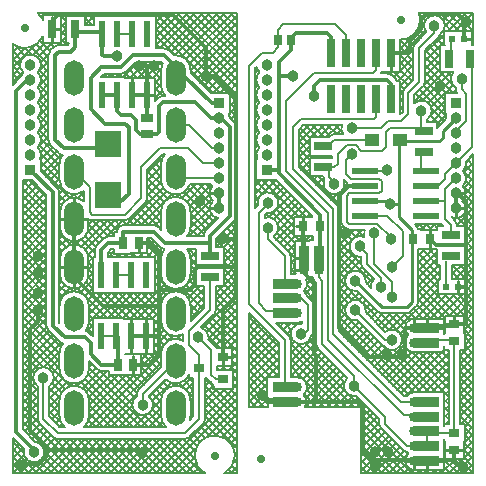
<source format=gtl>
%FSLAX24Y24*%
%MOIN*%
G70*
G01*
G75*
G04 Layer_Physical_Order=1*
G04 Layer_Color=255*
%ADD10C,0.0079*%
%ADD11R,0.0236X0.0886*%
%ADD12R,0.0299X0.0945*%
%ADD13R,0.0315X0.0354*%
%ADD14R,0.0886X0.0236*%
%ADD15R,0.0846X0.0335*%
%ADD16C,0.0335*%
%ADD17R,0.0335X0.0846*%
%ADD18R,0.0315X0.0630*%
%ADD19R,0.0394X0.0276*%
%ADD20R,0.0236X0.0197*%
%ADD21R,0.0276X0.0394*%
%ADD22R,0.0354X0.0315*%
%ADD23R,0.0906X0.0906*%
%ADD24R,0.0492X0.0433*%
%ADD25R,0.0354X0.0315*%
%ADD26R,0.0591X0.0295*%
%ADD27R,0.0295X0.0591*%
%ADD28C,0.0276*%
%ADD29C,0.0100*%
%ADD30C,0.0118*%
%ADD31C,0.0138*%
%ADD32C,0.0098*%
%ADD33C,0.0380*%
%ADD34R,0.0380X0.0380*%
%ADD35O,0.0669X0.1181*%
%ADD36C,0.0380*%
D10*
X14961Y12992D02*
G03*
X15002Y12871I197J0D01*
G01*
X14886Y13563D02*
G03*
X14961Y13060I272J-217D01*
G01*
Y12992D02*
G03*
X15002Y12871I197J0D01*
G01*
X14599Y15118D02*
G03*
X13986Y14894I-347J0D01*
G01*
X14441Y14827D02*
G03*
X14599Y15118I-189J292D01*
G01*
X14648Y12176D02*
G03*
X14617Y11972I312J-153D01*
G01*
X15308Y10524D02*
G03*
X15302Y10587I-347J0D01*
G01*
X15202Y10274D02*
G03*
X15308Y10524I-241J250D01*
G01*
Y10024D02*
G03*
X15202Y10274I-347J0D01*
G01*
X15188Y9761D02*
G03*
X15308Y10024I-228J263D01*
G01*
X15290Y9523D02*
G03*
X15188Y9761I-329J0D01*
G01*
X15175Y9273D02*
G03*
X15290Y9523I-214J250D01*
G01*
Y9023D02*
G03*
X15175Y9273I-329J0D01*
G01*
X14822Y8724D02*
G03*
X15290Y9023I139J299D01*
G01*
X15000Y8465D02*
G03*
X14942Y8604I-197J0D01*
G01*
X15000Y8465D02*
G03*
X14942Y8604I-197J0D01*
G01*
X14391Y14743D02*
G03*
X14441Y14827I-139J139D01*
G01*
X14391Y14743D02*
G03*
X14441Y14827I-139J139D01*
G01*
X13780Y15315D02*
G03*
X13736Y15551I-669J0D01*
G01*
X13879Y13089D02*
G03*
X13937Y13228I-139J139D01*
G01*
X13879Y13089D02*
G03*
X13937Y13228I-139J139D01*
G01*
X13100Y14646D02*
G03*
X13780Y15315I10J669D01*
G01*
X13601Y14509D02*
G03*
X13543Y14370I139J-139D01*
G01*
X13601Y14509D02*
G03*
X13543Y14370I139J-139D01*
G01*
X12995Y13287D02*
G03*
X12964Y13327I-184J-114D01*
G01*
X12995Y13287D02*
G03*
X12964Y13326I-184J-114D01*
G01*
X14382Y11737D02*
G03*
X14350Y11697I146J-146D01*
G01*
X14381Y11737D02*
G03*
X14350Y11697I146J-146D01*
G01*
X14016Y11997D02*
G03*
X14166Y12283I-197J286D01*
G01*
X13247Y13013D02*
G03*
X13189Y12874I139J-139D01*
G01*
X13247Y13013D02*
G03*
X13189Y12874I139J-139D01*
G01*
X14166Y12283D02*
G03*
X13583Y12538I-347J0D01*
G01*
X13710Y8327D02*
G03*
X13650Y8453I-206J-20D01*
G01*
X13710Y8327D02*
G03*
X13650Y8454I-206J-20D01*
G01*
X13650Y5759D02*
G03*
X13711Y5906I-146J146D01*
G01*
X13650Y5759D02*
G03*
X13711Y5906I-146J146D01*
G01*
X13334Y5529D02*
G03*
X13480Y5589I0J207D01*
G01*
X13334Y5529D02*
G03*
X13480Y5589I0J207D01*
G01*
X13583Y5346D02*
G03*
X13443Y5313I0J-307D01*
G01*
D02*
G03*
X13385Y4805I139J-273D01*
G01*
X13425Y4263D02*
G03*
X13583Y4222I157J284D01*
G01*
X13385Y4805D02*
G03*
X13425Y4263I198J-258D01*
G01*
X13583Y2904D02*
G03*
X13425Y2863I0J-325D01*
G01*
D02*
G03*
X13310Y2756I157J-284D01*
G01*
X13207Y963D02*
G03*
X13323Y907I139J139D01*
G01*
D02*
G03*
X13385Y845I259J195D01*
G01*
X13207Y963D02*
G03*
X13323Y907I139J139D01*
G01*
X13385Y845D02*
G03*
X13443Y337I198J-234D01*
G01*
D02*
G03*
X13583Y304I139J273D01*
G01*
X12830Y13460D02*
G03*
X12677Y13524I-153J-153D01*
G01*
X12831Y13460D02*
G03*
X12677Y13524I-153J-153D01*
G01*
X12462D02*
G03*
X12488Y13563I-151J126D01*
G01*
X12462Y13524D02*
G03*
X12488Y13563I-151J126D01*
G01*
X11169Y11811D02*
G03*
X11210Y11496I327J-118D01*
G01*
X11253Y9843D02*
G03*
X11228Y9973I-347J0D01*
G01*
X10906Y11496D02*
G03*
X10766Y11438I0J-197D01*
G01*
X10906Y11496D02*
G03*
X10766Y11438I0J-197D01*
G01*
X10551Y10079D02*
G03*
X10583Y9972I197J0D01*
G01*
X10583Y9972D02*
G03*
X11253Y9843I323J-129D01*
G01*
X10551Y10079D02*
G03*
X10583Y9972I197J0D01*
G01*
X11347Y9711D02*
G03*
X11278Y9667I70J-184D01*
G01*
X11347Y9711D02*
G03*
X11278Y9667I70J-184D01*
G01*
X11199Y9588D02*
G03*
X11142Y9449I139J-139D01*
G01*
X11199Y9588D02*
G03*
X11142Y9449I139J-139D01*
G01*
Y8583D02*
G03*
X11199Y8443I197J0D01*
G01*
X11142Y8583D02*
G03*
X11199Y8443I197J0D01*
G01*
X11922Y8320D02*
G03*
X11917Y8071I322J-131D01*
G01*
X11917Y8071D02*
G03*
X11811Y7411I-145J-316D01*
G01*
Y7179D02*
G03*
X11869Y7040I197J0D01*
G01*
X11811Y7179D02*
G03*
X11869Y7040I197J0D01*
G01*
X11265Y8378D02*
G03*
X11405Y8320I139J139D01*
G01*
X11265Y8378D02*
G03*
X11405Y8320I139J139D01*
G01*
X11063Y8989D02*
G03*
X11005Y9128I-197J0D01*
G01*
X11063Y8989D02*
G03*
X11005Y9128I-197J0D01*
G01*
X8420Y13562D02*
G03*
X8420Y13061I241J-250D01*
G01*
D02*
G03*
X8420Y12561I241J-250D01*
G01*
X8319Y13750D02*
G03*
X8420Y13562I342J62D01*
G01*
X8420Y12061D02*
G03*
X8420Y11561I241J-250D01*
G01*
D02*
G03*
X8420Y11061I241J-250D01*
G01*
Y12561D02*
G03*
X8420Y12061I241J-250D01*
G01*
Y11061D02*
G03*
X8349Y10659I241J-250D01*
G01*
X9605Y6959D02*
G03*
X9628Y6841I307J0D01*
G01*
X9459Y7431D02*
G03*
X9401Y7570I-197J0D01*
G01*
X9459Y7431D02*
G03*
X9401Y7570I-197J0D01*
G01*
X9048Y9213D02*
G03*
X8365Y9124I-347J0D01*
G01*
X8664Y8867D02*
G03*
X9048Y9213I37J346D01*
G01*
X8898Y8100D02*
G03*
X9048Y8386I-197J286D01*
G01*
D02*
G03*
X8590Y8715I-347J0D01*
G01*
X12240Y6668D02*
G03*
X12134Y6386I240J-251D01*
G01*
X12347Y5589D02*
G03*
X12493Y5529I146J146D01*
G01*
X12347Y5589D02*
G03*
X12493Y5529I146J146D01*
G01*
X11958Y6563D02*
G03*
X11962Y6614I-344J51D01*
G01*
X11956Y5567D02*
G03*
X11962Y5630I-342J63D01*
G01*
X13182Y4646D02*
G03*
X12611Y4912I-347J0D01*
G01*
X12543Y4457D02*
G03*
X13182Y4646I292J189D01*
G01*
X11962Y6614D02*
G03*
X11666Y6271I-347J0D01*
G01*
X11962Y5630D02*
G03*
X11677Y5288I-347J0D01*
G01*
X12459Y4506D02*
G03*
X12543Y4457I139J139D01*
G01*
X12459Y4506D02*
G03*
X12543Y4457I139J139D01*
G01*
X12402Y1850D02*
G03*
X12459Y1711I197J0D01*
G01*
X12402Y1850D02*
G03*
X12459Y1711I197J0D01*
G01*
X11348Y3374D02*
G03*
X11638Y2769I227J-263D01*
G01*
X10208Y6699D02*
G03*
X10264Y6583I195J23D01*
G01*
X10146Y6761D02*
G03*
X10208Y6699I258J198D01*
G01*
D02*
G03*
X10264Y6583I195J23D01*
G01*
X9977Y6659D02*
G03*
X10146Y6761I-65J300D01*
G01*
X10236Y5797D02*
G03*
X10179Y5936I-197J0D01*
G01*
X10010Y6516D02*
G03*
X9977Y6659I-325J0D01*
G01*
X10236Y5797D02*
G03*
X10179Y5936I-197J0D01*
G01*
Y4821D02*
G03*
X10236Y4961I-139J139D01*
G01*
X10179Y4821D02*
G03*
X10236Y4961I-139J139D01*
G01*
X9897Y6270D02*
G03*
X10010Y6516I-212J246D01*
G01*
X9995Y6120D02*
G03*
X9897Y6270I-310J-96D01*
G01*
X9685Y5207D02*
G03*
X9843Y5247I0J325D01*
G01*
X9843Y5188D02*
G03*
X10146Y4789I-39J-345D01*
G01*
X10315Y4488D02*
G03*
X10373Y4349I197J0D01*
G01*
X10315Y4488D02*
G03*
X10373Y4349I197J0D01*
G01*
X9883Y2813D02*
G03*
X10010Y3071I-198J258D01*
G01*
X9843Y3355D02*
G03*
X9685Y3396I-157J-284D01*
G01*
X10010Y3071D02*
G03*
X9843Y3355I-325J0D01*
G01*
X9992Y2579D02*
G03*
X9883Y2813I-307J0D01*
G01*
X9935Y2402D02*
G03*
X9992Y2579I-250J177D01*
G01*
X9459Y4636D02*
G03*
X9401Y4775I-197J0D01*
G01*
X9459Y4636D02*
G03*
X9401Y4775I-197J0D01*
G01*
X7433Y12046D02*
G03*
X7399Y12176I-347J-22D01*
G01*
X7648Y11742D02*
G03*
X7584Y11896I-217J0D01*
G01*
X7648Y11742D02*
G03*
X7584Y11895I-217J0D01*
G01*
Y8617D02*
G03*
X7648Y8770I-153J153D01*
G01*
X7584Y8616D02*
G03*
X7648Y8770I-153J153D01*
G01*
X6800Y9827D02*
G03*
X6859Y9761I286J197D01*
G01*
D02*
G03*
X6872Y9274I228J-238D01*
G01*
D02*
G03*
X7052Y8697I215J-250D01*
G01*
X6619Y8264D02*
G03*
X6555Y8110I153J-153D01*
G01*
X6619Y8263D02*
G03*
X6555Y8110I153J-153D01*
G01*
X6122Y13642D02*
G03*
X5561Y14129I-492J0D01*
G01*
X5396Y14294D02*
G03*
X5236Y14360I-160J-160D01*
G01*
X5396Y14294D02*
G03*
X5236Y14360I-160J-160D01*
G01*
X5189Y13861D02*
G03*
X5138Y13642I441J-219D01*
G01*
Y13130D02*
G03*
X5288Y12776I492J0D01*
G01*
X5197D02*
G03*
X5044Y12712I0J-217D01*
G01*
X5197Y12776D02*
G03*
X5043Y12712I0J-217D01*
G01*
X5269Y10827D02*
G03*
X5138Y10492I361J-335D01*
G01*
Y9980D02*
G03*
X6097Y9827I492J0D01*
G01*
X6122Y8917D02*
G03*
X5138Y8917I-492J0D01*
G01*
X6008Y8091D02*
G03*
X6122Y8406I-378J315D01*
G01*
X5055Y8401D02*
G03*
X4902Y8465I-153J-153D01*
G01*
X5138Y8406D02*
G03*
X5147Y8308I492J0D01*
G01*
X5055Y8401D02*
G03*
X4902Y8465I-153J-153D01*
G01*
X5253Y7659D02*
G03*
X5138Y7343I377J-316D01*
G01*
X6122D02*
G03*
X6008Y7657I-492J0D01*
G01*
X5122Y7721D02*
G03*
X5253Y7659I153J153D01*
G01*
X5122Y7721D02*
G03*
X5253Y7659I153J153D01*
G01*
X4627Y9231D02*
G03*
X4685Y9370I-139J139D01*
G01*
X4627Y9231D02*
G03*
X4685Y9370I-139J139D01*
G01*
X6991Y4372D02*
G03*
X6950Y4431I-180J-80D01*
G01*
X6911Y5491D02*
G03*
X6969Y5630I-139J139D01*
G01*
X6911Y5491D02*
G03*
X6969Y5630I-139J139D01*
G01*
X6725Y4724D02*
G03*
X6477Y5057I-347J0D01*
G01*
X6991Y4372D02*
G03*
X6950Y4431I-180J-80D01*
G01*
X6720Y4661D02*
G03*
X6725Y4724I-342J63D01*
G01*
X6829Y3188D02*
G03*
X6870Y3156I139J139D01*
G01*
X6829Y3188D02*
G03*
X6870Y3156I139J139D01*
G01*
X7244Y197D02*
G03*
X7598Y787I-315J591D01*
G01*
X6641Y3386D02*
G03*
X6672Y3345I170J98D01*
G01*
X6641Y3386D02*
G03*
X6672Y3345I170J98D01*
G01*
X6557Y1869D02*
G03*
X6614Y2008I-139J139D01*
G01*
X6557Y1869D02*
G03*
X6614Y2008I-139J139D01*
G01*
X7598Y787D02*
G03*
X6614Y197I-669J0D01*
G01*
X5138Y6831D02*
G03*
X6122Y6831I492J0D01*
G01*
Y5768D02*
G03*
X5138Y5768I-492J0D01*
G01*
Y5256D02*
G03*
X5873Y4828I492J0D01*
G01*
Y4621D02*
G03*
X5138Y4193I-243J-428D01*
G01*
X5293Y3322D02*
G03*
X6083Y3488I337J359D01*
G01*
X6122Y2618D02*
G03*
X5138Y2618I-492J0D01*
G01*
X6103Y1972D02*
G03*
X6122Y2106I-474J134D01*
G01*
X5138D02*
G03*
X5310Y1732I492J0D01*
G01*
X5945Y1339D02*
G03*
X6084Y1396I0J197D01*
G01*
X5945Y1339D02*
G03*
X6084Y1396I0J197D01*
G01*
X4875Y2480D02*
G03*
X4732Y2761I-347J0D01*
G01*
X4388Y2974D02*
G03*
X4331Y2835I139J-139D01*
G01*
X4388Y2974D02*
G03*
X4331Y2835I139J-139D01*
G01*
Y2767D02*
G03*
X4875Y2480I197J-286D01*
G01*
X3819Y13514D02*
G03*
X3979Y13580I0J226D01*
G01*
X3819Y13514D02*
G03*
X3979Y13580I0J226D01*
G01*
X1752Y9980D02*
G03*
X2559Y9602I492J0D01*
G01*
X3937Y8622D02*
G03*
X4076Y8680I0J197D01*
G01*
X3937Y8622D02*
G03*
X4076Y8680I0J197D01*
G01*
X3878Y8465D02*
G03*
X3661Y8248I0J-217D01*
G01*
X3878Y8465D02*
G03*
X3661Y8248I0J-217D01*
G01*
X3384Y8091D02*
G03*
X3231Y8027I0J-217D01*
G01*
X3384Y8091D02*
G03*
X3230Y8027I0J-217D01*
G01*
X2995Y7791D02*
G03*
X2931Y7638I153J-153D01*
G01*
X2995Y7791D02*
G03*
X2931Y7638I153J-153D01*
G01*
X2718Y8660D02*
G03*
X2835Y8622I117J159D01*
G01*
X2718Y8660D02*
G03*
X2835Y8622I117J159D01*
G01*
X2559Y9272D02*
G03*
X1770Y8917I-315J-354D01*
G01*
Y8406D02*
G03*
X2718Y8406I474J0D01*
G01*
X1732Y14478D02*
G03*
X1572Y14412I0J-226D01*
G01*
X1732Y14478D02*
G03*
X1572Y14412I0J-226D01*
G01*
X1454Y14294D02*
G03*
X1388Y14134I160J-160D01*
G01*
X1454Y14294D02*
G03*
X1388Y14134I160J-160D01*
G01*
X1199Y15318D02*
G03*
X1022Y15551I-609J-278D01*
G01*
X197Y14498D02*
G03*
X1199Y14761I394J541D01*
G01*
X1029Y13561D02*
G03*
X1135Y13810I-242J250D01*
G01*
D02*
G03*
X546Y13561I-347J0D01*
G01*
X1135Y13311D02*
G03*
X1029Y13561I-347J0D01*
G01*
X1029Y13061D02*
G03*
X1135Y13311I-241J250D01*
G01*
X1029Y12561D02*
G03*
X1135Y12811I-241J250D01*
G01*
Y12311D02*
G03*
X1029Y12561I-347J0D01*
G01*
X546Y13561D02*
G03*
X450Y13394I242J-250D01*
G01*
X1135Y12811D02*
G03*
X1029Y13061I-347J0D01*
G01*
X1388Y11299D02*
G03*
X1454Y11139I226J0D01*
G01*
X1730Y10864D02*
G03*
X1860Y10799I160J160D01*
G01*
D02*
G03*
X1752Y10492I385J-307D01*
G01*
X1730Y10864D02*
G03*
X1860Y10799I160J160D01*
G01*
X1388Y11299D02*
G03*
X1454Y11139I226J0D01*
G01*
X1752Y9563D02*
G03*
X1688Y9716I-217J0D01*
G01*
X1752Y9563D02*
G03*
X1689Y9716I-217J0D01*
G01*
X1029Y12061D02*
G03*
X1135Y12311I-241J250D01*
G01*
Y11811D02*
G03*
X1029Y12061I-347J0D01*
G01*
Y11061D02*
G03*
X1135Y11311I-241J250D01*
G01*
Y10811D02*
G03*
X1029Y11061I-347J0D01*
G01*
Y11561D02*
G03*
X1135Y11811I-241J250D01*
G01*
Y11311D02*
G03*
X1029Y11561I-347J0D01*
G01*
X1100Y10659D02*
G03*
X1135Y10811I-312J153D01*
G01*
X2718Y7343D02*
G03*
X1770Y7343I-474J0D01*
G01*
Y6831D02*
G03*
X2718Y6831I474J0D01*
G01*
X2736Y5768D02*
G03*
X1752Y5768I-492J0D01*
G01*
X2621Y4940D02*
G03*
X2736Y5256I-377J316D01*
G01*
X2752Y4878D02*
G03*
X2621Y4940I-153J-153D01*
G01*
X2752Y4877D02*
G03*
X2621Y4940I-153J-153D01*
G01*
X2994Y3668D02*
G03*
X3148Y3604I153J153D01*
G01*
X2995Y3668D02*
G03*
X3148Y3604I153J153D01*
G01*
X1752Y3681D02*
G03*
X2736Y3681I492J0D01*
G01*
X2564Y1732D02*
G03*
X2736Y2106I-320J374D01*
G01*
Y2618D02*
G03*
X1752Y2618I-492J0D01*
G01*
X1776Y4572D02*
G03*
X1872Y4515I153J153D01*
G01*
X1752Y5256D02*
G03*
X1755Y5205I492J0D01*
G01*
X1776Y4571D02*
G03*
X1872Y4515I153J153D01*
G01*
D02*
G03*
X1752Y4193I372J-323D01*
G01*
X1319Y5118D02*
G03*
X1383Y4965I217J0D01*
G01*
X1319Y5118D02*
G03*
X1382Y4965I217J0D01*
G01*
X1568Y3386D02*
G03*
X1024Y3100I-347J0D01*
G01*
X1417D02*
G03*
X1568Y3386I-197J286D01*
G01*
X1752Y2106D02*
G03*
X1924Y1732I492J0D01*
G01*
X1554Y1396D02*
G03*
X1693Y1339I139J139D01*
G01*
X1554Y1396D02*
G03*
X1693Y1339I139J139D01*
G01*
X1024Y2008D02*
G03*
X1081Y1869I197J0D01*
G01*
X1024Y2008D02*
G03*
X1081Y1869I197J0D01*
G01*
X1253Y906D02*
G03*
X945Y1251I-347J0D01*
G01*
X574Y1010D02*
G03*
X1253Y906I332J-104D01*
G01*
X15454Y15551D02*
X15551Y15454D01*
X15203Y15551D02*
X15551Y15203D01*
X14953Y15551D02*
X15551Y14953D01*
X14941Y14941D02*
X15551Y15551D01*
X15494Y14742D02*
X15551Y14800D01*
X15494Y14491D02*
X15551Y14549D01*
X15173Y14923D02*
X15551Y15301D01*
X15424Y14923D02*
X15551Y15050D01*
X15118Y14923D02*
X15494D01*
X14690Y14941D02*
X15301Y15551D01*
X14702D02*
X15331Y14923D01*
X15494Y14760D02*
X15551Y14702D01*
X15494Y14509D02*
X15534Y14468D01*
X15494D02*
Y14923D01*
X15551Y14468D02*
Y15551D01*
X15494Y14468D02*
X15551D01*
X15480Y10765D02*
X15551Y10693D01*
X15355Y10639D02*
X15551Y10443D01*
X15302Y10587D02*
X15551Y10836D01*
X15307Y10547D02*
X15551Y10791D01*
X14961Y12992D02*
Y13060D01*
X14686Y13563D02*
X14820Y13429D01*
X14625Y12871D02*
X14885Y13131D01*
X14876Y12871D02*
X14963Y12959D01*
X14613Y12176D02*
Y12871D01*
X14599Y15100D02*
X15050Y15551D01*
X14597Y15155D02*
X14811Y14941D01*
X13736Y15551D02*
X15551D01*
X14452D02*
X15062Y14941D01*
X14567D02*
X15118D01*
X14613Y12871D02*
X15002D01*
X14429Y13563D02*
X14886D01*
X14435D02*
X14961Y13038D01*
X14548Y15300D02*
X14800Y15551D01*
X14567Y14468D02*
Y14724D01*
X14429Y14468D02*
X14567D01*
X14606D01*
X13937Y13560D02*
X14626Y12871D01*
X13937Y13811D02*
X14877Y12871D01*
X14048Y12545D02*
X14812Y13309D01*
X13879Y12626D02*
X14816Y13563D01*
X13768Y12978D02*
X14627Y12119D01*
X14613Y12176D02*
X14648D01*
X14350Y11845D02*
X14627Y12122D01*
X14148Y12394D02*
X14613Y12859D01*
X14127Y12122D02*
X14613Y12609D01*
X13937Y13310D02*
X14613Y12634D01*
X13893Y13104D02*
X14613Y12383D01*
X14164Y11909D02*
X14613Y12358D01*
X14382Y11737D02*
X14617Y11972D01*
X14163Y12332D02*
X14570Y11925D01*
X15299Y10445D02*
X15551Y10192D01*
X15307Y10046D02*
X15551Y10290D01*
X15241Y10230D02*
X15551Y10540D01*
X15211Y10282D02*
X15551Y9942D01*
X15299Y9944D02*
X15551Y9691D01*
X15290Y9026D02*
X15551Y9287D01*
X15228Y9716D02*
X15551Y10039D01*
X15284Y9458D02*
X15551Y9190D01*
X15290Y9527D02*
X15551Y9789D01*
X15228Y9215D02*
X15551Y9538D01*
X15283Y8957D02*
X15551Y8689D01*
X15210Y9782D02*
X15551Y9441D01*
X15256Y7990D02*
X15551Y8285D01*
X15256Y8233D02*
X15551Y7937D01*
X15210Y8445D02*
X15551Y8786D01*
X15256Y8241D02*
X15551Y8536D01*
X15256Y7489D02*
X15551Y7784D01*
X15256Y7238D02*
X15551Y7534D01*
X15256Y7739D02*
X15551Y8035D01*
X15256Y7982D02*
X15551Y7687D01*
X15256Y7835D02*
Y8445D01*
Y7489D02*
X15551Y7784D01*
X15232Y7756D02*
X15256Y7732D01*
Y7146D02*
Y7756D01*
Y7481D02*
X15551Y7186D01*
X15256Y7230D02*
X15551Y6935D01*
X15256Y7732D02*
X15551Y7436D01*
X15197Y9294D02*
X15551Y8940D01*
X14999Y8485D02*
X15551Y9037D01*
X14905Y8641D02*
X14957Y8694D01*
X14822Y8724D02*
X14942Y8604D01*
X15000Y8445D02*
X15256D01*
X15197Y8793D02*
X15551Y8438D01*
X15153Y7835D02*
X15232Y7756D01*
X15037Y8702D02*
X15551Y8188D01*
X14391Y7835D02*
X15256D01*
X15022Y7756D02*
X15101Y7835D01*
X14843Y7146D02*
X15256D01*
X14391Y7756D02*
X15256D01*
X14998Y8490D02*
X15044Y8445D01*
X14902Y7835D02*
X14981Y7756D01*
X14521D02*
X14599Y7835D01*
X14771Y7756D02*
X14850Y7835D01*
X14843Y7075D02*
X14913Y7146D01*
X14843Y7075D02*
X14913Y7146D01*
X14652Y7835D02*
X14730Y7756D01*
X14420Y15422D02*
X14549Y15551D01*
X14567Y14724D02*
Y14941D01*
X14210Y15463D02*
X14298Y15551D01*
X14437Y14814D02*
X14567Y14684D01*
X14469Y14468D02*
X14567Y14567D01*
X14325Y14676D02*
X14532Y14468D01*
X14201Y15551D02*
X14289Y15464D01*
X13951Y15551D02*
X14081Y15421D01*
X13779Y15282D02*
X14048Y15551D01*
X13754Y15497D02*
X13954Y15297D01*
X13774Y15227D02*
X13905Y15095D01*
X13752Y15506D02*
X13797Y15551D01*
X14429Y14429D02*
X14469Y14468D01*
X14199Y14551D02*
X14429Y14321D01*
X13937Y14188D02*
X14567Y14817D01*
X13937Y13937D02*
X14429Y14429D01*
X14074Y14426D02*
X14429Y14070D01*
X13949Y14300D02*
X14429Y13820D01*
X13937Y13686D02*
X14429Y14179D01*
X13937Y13436D02*
X14429Y13928D01*
X13937Y14289D02*
X14391Y14743D01*
X14429Y13563D02*
Y14468D01*
X13937Y14061D02*
X14429Y13569D01*
X13937Y13228D02*
Y14289D01*
X13931Y13179D02*
X14429Y13677D01*
X13717Y15033D02*
X13921Y14829D01*
X13100Y14353D02*
X13907Y15160D01*
X13100Y14102D02*
X13948Y14950D01*
X13619Y14880D02*
X13796Y14704D01*
X13601Y14509D02*
X13986Y14894D01*
X13487Y14762D02*
X13670Y14579D01*
X13319Y14679D02*
X13557Y14442D01*
X13100Y14603D02*
X13143Y14646D01*
X13102Y14646D02*
X13543Y14205D01*
X13100Y13852D02*
X13543Y14295D01*
X13100Y14147D02*
X13543Y13703D01*
X13100Y14397D02*
X13543Y13954D01*
X13100Y13601D02*
X13543Y14044D01*
Y13310D02*
Y14370D01*
X13100Y13896D02*
X13543Y13453D01*
X13037Y13287D02*
X13543Y13794D01*
X13247Y13013D02*
X13543Y13310D01*
X13583Y12580D02*
X14565Y13563D01*
X13118Y13118D02*
X13543Y13543D01*
X13100Y13581D02*
Y14646D01*
Y13646D02*
X13490Y13256D01*
X13118Y13126D02*
X13239Y13005D01*
X13118Y12176D02*
Y13287D01*
X12995D02*
X13118D01*
X14016Y11909D02*
X14350D01*
Y11894D02*
X14445Y11800D01*
X14485Y8502D02*
X14543Y8445D01*
X14487Y8502D02*
X14544Y8445D01*
X14350D02*
X14544D01*
X14458D02*
X14501Y8488D01*
X14125Y12119D02*
X14335Y11909D01*
X14016D02*
Y11997D01*
Y11978D02*
X14085Y11909D01*
X14350Y11697D02*
Y11909D01*
X14235Y8502D02*
X14350Y8387D01*
X13839Y8327D02*
X14014Y8502D01*
X14391Y7756D02*
Y7835D01*
X14401D02*
X14480Y7756D01*
X13858Y8309D02*
X14350D01*
X14322D02*
X14350Y8337D01*
Y7146D02*
Y7676D01*
Y7146D02*
X14449D01*
X14059Y7676D02*
X14350Y7384D01*
Y8309D02*
Y8445D01*
X13984Y8502D02*
X14178Y8309D01*
X14071D02*
X14265Y8502D01*
X14310Y7676D02*
X14350Y7635D01*
X13858Y7676D02*
X14350D01*
X13583Y12792D02*
X13879Y13089D01*
X13118Y12868D02*
X13207Y12957D01*
X13643Y12852D02*
X13868Y12627D01*
X13583Y12538D02*
Y12792D01*
Y12662D02*
X13655Y12590D01*
X13118Y12876D02*
X13189Y12805D01*
Y12247D02*
Y12874D01*
X13118Y12617D02*
X13189Y12688D01*
X13118Y12625D02*
X13189Y12555D01*
X13118Y12375D02*
X13189Y12304D01*
X13118Y12176D02*
X13189Y12247D01*
X13118Y12366D02*
X13189Y12437D01*
X13734Y8502D02*
X13927Y8309D01*
X13711Y7196D02*
X14190Y7676D01*
X13601Y8502D02*
X14487D01*
X13710Y8327D02*
X13858D01*
X13711Y7447D02*
X13939Y7676D01*
X13827Y7657D02*
X14449Y7035D01*
X13711Y6946D02*
X14350Y7586D01*
X13679Y8417D02*
X13764Y8502D01*
X13601D02*
X13650Y8454D01*
X13798Y8309D02*
X13858D01*
X13798Y7676D02*
X13858D01*
X13711Y7657D02*
X13858D01*
X15297Y6528D02*
X15551Y6782D01*
X15297Y6277D02*
X15551Y6531D01*
X15090Y7146D02*
X15551Y6685D01*
X15174Y6655D02*
X15551Y7033D01*
X15297Y6438D02*
X15551Y6184D01*
X15297Y6187D02*
X15551Y5933D01*
X15226Y5454D02*
X15551Y5780D01*
X15238Y5216D02*
X15551Y5529D01*
X15297Y6180D02*
Y6655D01*
X15054Y6180D02*
X15551Y5682D01*
X15238Y4965D02*
X15551Y5279D01*
X14975Y5454D02*
X15551Y6030D01*
X15256Y4733D02*
X15551Y5028D01*
Y197D02*
Y10836D01*
X15238Y5244D02*
X15551Y4931D01*
X15238Y4994D02*
X15551Y4680D01*
X15256Y4482D02*
X15551Y4778D01*
X15256Y4725D02*
X15551Y4430D01*
X15256Y4474D02*
X15551Y4179D01*
X15118Y3843D02*
X15551Y4276D01*
X15238Y4921D02*
Y5454D01*
X15256Y4291D02*
Y4921D01*
X15238Y4861D02*
Y4921D01*
X15118Y4094D02*
X15551Y4527D01*
X15188Y4291D02*
X15551Y3929D01*
X15118Y1850D02*
Y4291D01*
X15256D01*
X14921Y6655D02*
X15297D01*
X14923D02*
X15551Y7283D01*
X14843Y6825D02*
X15163Y7146D01*
X14843Y7143D02*
X15551Y6434D01*
X14921Y6180D02*
X15297D01*
X14822Y6161D02*
X15551Y5432D01*
X14605Y5454D02*
X15238D01*
X14725D02*
X15551Y6281D01*
X14843Y6673D02*
Y7146D01*
Y6892D02*
X15080Y6655D01*
X14843Y6673D02*
X14921D01*
X13711Y6771D02*
X15028Y5454D01*
X14843Y6655D02*
X14921D01*
X14370Y6161D02*
X14921D01*
X13711Y6521D02*
X14777Y5454D01*
X14571Y6161D02*
X15551Y5181D01*
X14115Y5346D02*
X14949Y6180D01*
X14366Y5346D02*
X15199Y6180D01*
X14587Y4291D02*
X14724D01*
X14687D02*
X14724Y4254D01*
Y1850D02*
Y4291D01*
X13754Y4222D02*
X14724Y3252D01*
X13503Y4222D02*
X14724Y3002D01*
X14506Y4222D02*
X14724Y4004D01*
X14255Y4222D02*
X14724Y3753D01*
X14005Y4222D02*
X14724Y3503D01*
X15118Y2608D02*
X15551Y2175D01*
X15118Y2090D02*
X15551Y2523D01*
X15118Y2858D02*
X15551Y2425D01*
X15118Y2340D02*
X15551Y2773D01*
X15129Y1850D02*
X15551Y2272D01*
X15256Y1726D02*
X15551Y2022D01*
X15118Y2357D02*
X15551Y1924D01*
X15118Y2107D02*
X15551Y1674D01*
X15118Y3092D02*
X15551Y3525D01*
X15118Y3359D02*
X15551Y2926D01*
X15118Y3342D02*
X15551Y3775D01*
X15118Y3610D02*
X15551Y3177D01*
X15118Y3109D02*
X15551Y2676D01*
X15118Y2591D02*
X15551Y3024D01*
X15118Y2841D02*
X15551Y3274D01*
X15256Y1225D02*
X15551Y1520D01*
X15256Y1468D02*
X15551Y1173D01*
X15256Y1476D02*
X15551Y1771D01*
X15256Y1718D02*
X15551Y1423D01*
X15253Y1220D02*
X15551Y922D01*
X15480Y197D02*
X15551Y268D01*
X15238Y957D02*
X15551Y1270D01*
X15238Y1220D02*
Y1281D01*
X15256Y1220D02*
Y1850D01*
X15238Y706D02*
X15551Y1019D01*
X15238Y687D02*
Y1220D01*
Y985D02*
X15551Y671D01*
X15238Y734D02*
X15551Y421D01*
X15230Y197D02*
X15551Y518D01*
X15118Y4111D02*
X15551Y3678D01*
X15118Y3593D02*
X15551Y4026D01*
X13427Y2904D02*
X14724Y4201D01*
X13677Y2904D02*
X14724Y3951D01*
X15118Y3861D02*
X15551Y3427D01*
X14587Y2889D02*
X14724Y2751D01*
X13928Y2904D02*
X14724Y3700D01*
X14178Y2904D02*
X14724Y3450D01*
X14587Y2310D02*
X14724Y2447D01*
X14587Y2388D02*
X14724Y2250D01*
X14587Y2560D02*
X14724Y2698D01*
X14587Y2638D02*
X14724Y2500D01*
X14587Y2137D02*
X14724Y1999D01*
X14628Y1850D02*
X14724Y1946D01*
X14587Y2059D02*
X14724Y2197D01*
X15118Y1850D02*
X15256D01*
X15034Y687D02*
X15525Y197D01*
X14979D02*
X15551Y769D01*
X15034Y687D02*
X15525Y197D01*
X14729D02*
X15219Y687D01*
X14784D02*
X15274Y197D01*
X14605Y687D02*
X15238D01*
X14587Y1850D02*
X14724D01*
X14569Y652D02*
X15024Y197D01*
X14569Y401D02*
X14773Y197D01*
X14478D02*
X14969Y687D01*
X14449Y6673D02*
Y7146D01*
X14370Y6603D02*
X14440Y6673D01*
X14370Y6603D02*
X14440Y6673D01*
X13711Y6194D02*
X14449Y6932D01*
X14370Y6673D02*
X14449D01*
X14569Y5298D02*
X14605Y5334D01*
X13711Y6270D02*
X14605Y5376D01*
X13865Y5346D02*
X14680Y6161D01*
X13711Y7022D02*
X14370Y6362D01*
Y6161D02*
Y6673D01*
X13711Y7272D02*
X14370Y6613D01*
X13711Y5906D02*
Y7657D01*
Y5944D02*
X14370Y6603D01*
X13711Y6020D02*
X14384Y5346D01*
X13711Y5944D02*
X14370Y6603D01*
X14605Y4921D02*
Y5454D01*
Y4861D02*
Y4921D01*
X14569Y5162D02*
X14605Y5126D01*
X14569Y5048D02*
X14605Y5084D01*
X14587Y4872D02*
Y4921D01*
Y4291D02*
Y4429D01*
X14495Y4222D02*
X14587Y4314D01*
Y4222D02*
Y4291D01*
X14569Y4872D02*
Y5346D01*
X14587Y4823D02*
Y4872D01*
Y4823D02*
Y4872D01*
Y4291D02*
Y4429D01*
X14569Y4823D02*
Y4872D01*
X13711Y7523D02*
X14449Y6785D01*
X13711Y6695D02*
X14350Y7335D01*
X13711Y6445D02*
X14412Y7146D01*
X13614Y5346D02*
X14430Y6161D01*
X13681Y5799D02*
X14134Y5346D01*
X13560Y5669D02*
X13883Y5346D01*
X13583D02*
X14569D01*
X13480Y5589D02*
X13650Y5759D01*
X13443Y5346D02*
X13583D01*
X13428Y5551D02*
X13633Y5346D01*
X12979Y4962D02*
X14370Y6353D01*
X13078Y4398D02*
X14572Y2904D01*
X12917Y4308D02*
X14321Y2904D01*
X13443Y5313D02*
Y5346D01*
X13200Y5529D02*
X13425Y5303D01*
X12949Y5529D02*
X13306Y5172D01*
X13117Y4849D02*
X13277Y5009D01*
X13182Y4663D02*
X13354Y4835D01*
X13170Y4556D02*
X13271Y4455D01*
X14587Y2411D02*
Y2904D01*
Y2254D02*
Y2411D01*
X14429Y2904D02*
X14724Y3199D01*
X14587Y2811D02*
X14724Y2949D01*
X14587Y1887D02*
X14623Y1850D01*
X14587Y1809D02*
X14628Y1850D01*
X14587Y2254D02*
Y2411D01*
Y1919D02*
Y2254D01*
Y1850D02*
Y1919D01*
Y1850D02*
Y1919D01*
X14587Y1762D02*
Y1850D01*
X14587Y1762D02*
Y1850D01*
Y1270D02*
Y1339D01*
Y1270D02*
Y1339D01*
Y1762D02*
Y1850D01*
Y1220D02*
Y1270D01*
X14605Y1220D02*
Y1281D01*
X14587Y1270D02*
Y1339D01*
Y1220D02*
Y1270D01*
X14587Y778D02*
Y1220D01*
X14605Y687D02*
Y1220D01*
X14569Y538D02*
X14718Y687D01*
X14569Y304D02*
Y778D01*
X14416Y304D02*
X14522Y197D01*
X14165Y304D02*
X14272Y197D01*
X14228D02*
X14334Y304D01*
X13977Y197D02*
X14084Y304D01*
X13425Y4222D02*
Y4263D01*
X13583Y4222D02*
X14587D01*
X13005Y2983D02*
X14244Y4222D01*
X13130Y2857D02*
X14495Y4222D01*
X13425D02*
X13583D01*
Y2904D02*
X14587D01*
X13425D02*
X13583D01*
X13425Y2863D02*
Y2904D01*
X13231Y2756D02*
X13310D01*
X13279D02*
X13425Y2902D01*
X13583Y304D02*
X14569D01*
X13915D02*
X14021Y197D01*
X13664Y304D02*
X13771Y197D01*
X13727D02*
X13833Y304D01*
X13443D02*
X13583D01*
X13309Y909D02*
X13379Y839D01*
X12975Y197D02*
X13292Y514D01*
X13225Y197D02*
X13396Y367D01*
X13443Y304D02*
Y337D01*
X13476Y197D02*
X13583Y304D01*
X12895Y13396D02*
X13080Y13581D01*
X12914D02*
X13364Y13131D01*
X12618Y13581D02*
X13100D01*
X12757Y13508D02*
X12829Y13581D01*
X12831Y13460D02*
X12964Y13327D01*
X12663Y13581D02*
X12727Y13518D01*
X12488Y13563D02*
X12618D01*
X12521Y13524D02*
X12561Y13563D01*
X12462Y13524D02*
X12677D01*
X11228Y9973D02*
X11326Y9875D01*
X10926Y11811D02*
X11174Y11563D01*
X10906Y11496D02*
X11210D01*
X11347Y9711D02*
Y9856D01*
X11235Y9731D02*
X11347Y9844D01*
X10995Y11496D02*
X11151Y11652D01*
X10726Y11398D02*
X10766Y11438D01*
X10709Y10709D02*
X10787Y10787D01*
X10827Y10709D02*
Y10787D01*
X10697D02*
X10776Y10709D01*
X10675Y11811D02*
X10990Y11496D01*
X10646Y11398D02*
X11059Y11811D01*
X9887D02*
X11169D01*
X10395Y11398D02*
X10809Y11811D01*
X10425D02*
X10783Y11453D01*
X10174Y11811D02*
X10588Y11398D01*
X10098D02*
X10726D01*
X10098Y10787D02*
X10827D01*
X10145Y11398D02*
X10558Y11811D01*
X10098Y11351D02*
X10145Y11398D01*
X9924Y11811D02*
X10337Y11398D01*
X9724Y11228D02*
X10308Y11811D01*
X10208Y10709D02*
X10286Y10787D01*
X10458Y10709D02*
X10537Y10787D01*
X10196D02*
X10274Y10709D01*
X10384Y10098D02*
X10566Y9916D01*
X10133Y10098D02*
X11142Y9090D01*
X10098Y10709D02*
X10827D01*
X9724Y10409D02*
X11005Y9128D01*
X10446Y10787D02*
X10525Y10709D01*
X10192Y9941D02*
X10349Y10098D01*
X10098D02*
X10551D01*
X10098Y10133D02*
X10133Y10098D01*
X10317Y9816D02*
X10553Y10052D01*
X10442Y9691D02*
X10560Y9808D01*
X8982Y9964D02*
X10186Y8760D01*
X11239Y9744D02*
X11299Y9685D01*
X11199Y9588D02*
X11278Y9667D01*
X11199Y8443D02*
X11265Y8378D01*
X11405Y8320D02*
X11922D01*
X11143Y9589D02*
X11175Y9558D01*
X11142Y8583D02*
Y9449D01*
X11063Y8918D02*
X11142Y8839D01*
X11063Y8667D02*
X11142Y8589D01*
X11063Y8558D02*
X11142Y8636D01*
X11852Y8094D02*
X11900Y8142D01*
X11661Y8320D02*
X11904Y8077D01*
X11865Y6854D02*
X11960Y6949D01*
X11709Y6948D02*
X11839Y7078D01*
X11410Y8320D02*
X11649Y8081D01*
X11063Y7555D02*
X11828Y8320D01*
X11811Y7179D02*
Y7411D01*
X11387Y6877D02*
X11811Y7301D01*
X11063Y8166D02*
X11427Y7802D01*
X10979Y9503D02*
X11142Y9340D01*
X11054Y9049D02*
X11142Y9137D01*
X10818Y9315D02*
X11017Y9513D01*
X10944Y9190D02*
X11142Y9388D01*
X11063Y8808D02*
X11142Y8887D01*
X11063Y8307D02*
X11199Y8443D01*
X10568Y9566D02*
X10631Y9629D01*
X10693Y9440D02*
X10774Y9521D01*
X10118Y8760D02*
X10186D01*
X9994Y8742D02*
X10099Y8846D01*
X10118Y8742D02*
X10179D01*
X10118Y8109D02*
X10179D01*
X9585Y8742D02*
X10118D01*
X11063Y7305D02*
X11434Y7675D01*
X11063Y7916D02*
X11811Y7167D01*
X11063Y8417D02*
X11503Y7977D01*
X11063Y7806D02*
X11577Y8320D01*
X11063Y7415D02*
X11527Y6951D01*
X11063Y7164D02*
X11368Y6859D01*
X11063Y7054D02*
X11523Y7514D01*
X11063Y8056D02*
X11338Y8331D01*
X10136Y8091D02*
X10217Y8010D01*
X9585Y8109D02*
X10118D01*
X9949Y7944D02*
X10113Y8109D01*
X10118Y8091D02*
X10217D01*
Y7963D02*
Y8091D01*
X10079Y7963D02*
X10217D01*
X9724Y11648D02*
X9887Y11811D01*
X9724Y11478D02*
X10057Y11811D01*
X9780Y11704D02*
X10098Y11386D01*
X9724Y11509D02*
X10098Y11135D01*
X9724Y10977D02*
X10098Y11351D01*
X9724Y11259D02*
X10098Y10885D01*
X8277Y13708D02*
X8388Y13597D01*
X8268Y13028D02*
X8367Y13127D01*
X8268Y12966D02*
X8327Y12906D01*
X10098Y10787D02*
Y11398D01*
X9724Y10727D02*
X10098Y11101D01*
X9724Y11008D02*
X10098Y10634D01*
X9724Y10476D02*
X10098Y10850D01*
X9816Y10317D02*
X10098Y10600D01*
X10067Y10067D02*
X10098Y10098D01*
X9724Y10758D02*
X10098Y10384D01*
X9724Y10507D02*
X10098Y10133D01*
X9724Y10409D02*
Y11648D01*
X10098Y10098D02*
Y10709D01*
X8314Y9964D02*
Y10659D01*
X9941Y10192D02*
X10098Y10349D01*
X8765Y9964D02*
X9986Y8742D01*
X8314Y10659D02*
X8349D01*
X8268Y13216D02*
X8392Y13092D01*
X8268Y12715D02*
X8394Y12589D01*
X8268Y13529D02*
X8366Y13628D01*
X8268Y13467D02*
X8327Y13407D01*
X8268Y12026D02*
X8367Y12126D01*
X8268Y11713D02*
X8420Y11561D01*
X8268Y12527D02*
X8367Y12626D01*
X8268Y12214D02*
X8401Y12081D01*
X8268Y12778D02*
X8314Y12824D01*
X8268Y12465D02*
X8327Y12405D01*
X8268Y13698D02*
X8319Y13750D01*
X8268Y13279D02*
X8314Y13325D01*
X8268Y11964D02*
X8327Y11905D01*
X8268Y11775D02*
X8314Y11822D01*
X8268Y12276D02*
X8314Y12323D01*
X8268Y11274D02*
X8314Y11321D01*
X8268Y11212D02*
X8419Y11060D01*
X8268Y11525D02*
X8368Y11625D01*
X8268Y11463D02*
X8327Y11404D01*
X8268Y10962D02*
X8326Y10903D01*
X8268Y10711D02*
X8320Y10659D01*
X8268Y11024D02*
X8368Y11124D01*
X8268Y10523D02*
X8314Y10569D01*
X8268Y10460D02*
X8314Y10414D01*
X8268Y10773D02*
X8314Y10820D01*
X8268Y9027D02*
Y13698D01*
Y10210D02*
X8314Y10164D01*
X8268Y10022D02*
X8314Y10068D01*
X8268Y10272D02*
X8314Y10318D01*
X9744Y8742D02*
X9974Y8972D01*
X9032Y8280D02*
X9849Y9097D01*
X9868Y8109D02*
X10032Y7944D01*
X9605D02*
X10079D01*
X9698D02*
X9863Y8109D01*
X9047Y9180D02*
X9585Y8642D01*
Y8109D02*
Y8742D01*
X9039Y9290D02*
X9348Y9598D01*
X9045Y8430D02*
X9605Y7871D01*
X9585Y8141D02*
X9617Y8109D01*
X9781Y7944D01*
X9112Y7859D02*
X9585Y8332D01*
X9237Y7734D02*
X9612Y8109D01*
X9457Y7453D02*
X9605Y7600D01*
X9459Y6953D02*
X9605Y7099D01*
Y6959D02*
Y7944D01*
X9363Y7609D02*
X9605Y7851D01*
X9459Y7265D02*
X9605Y7119D01*
X9459Y7015D02*
X9605Y6868D01*
X9459Y7204D02*
X9605Y7350D01*
X8314Y9964D02*
X8982D01*
X8471Y9473D02*
X8961Y9964D01*
X8268Y9959D02*
X8668Y9559D01*
X8268Y9520D02*
X8711Y9964D01*
X8795Y9547D02*
X9097Y9849D01*
X8952Y9453D02*
X9222Y9723D01*
X8268Y9458D02*
X8380Y9346D01*
X8268Y9270D02*
X8440Y9442D01*
X8268Y9771D02*
X8460Y9964D01*
X8268Y9709D02*
X8489Y9488D01*
X8268Y9027D02*
X8365Y9124D01*
X8590Y8792D02*
X8664Y8867D01*
X8268Y9208D02*
X8358Y9117D01*
X9021Y8520D02*
X9723Y9222D01*
X8976Y9000D02*
X9585Y8391D01*
X8514Y9964D02*
X9736Y8742D01*
X8912Y8662D02*
X9598Y9348D01*
X8987Y7985D02*
X9585Y8583D01*
X9006Y8219D02*
X9605Y7620D01*
X8898Y8077D02*
X9605Y7370D01*
X8732Y8732D02*
X9473Y9473D01*
X8834Y8892D02*
X9585Y8141D01*
X8636Y8839D02*
X8745Y8730D01*
X8590Y8715D02*
Y8792D01*
X8898Y8074D02*
X9401Y7570D01*
X12018Y5504D02*
X12225Y5711D01*
X11869Y7040D02*
X12240Y6668D01*
X12016Y6504D02*
X12210Y6698D01*
X12493Y5529D02*
X13334D01*
X12144Y5379D02*
X12350Y5586D01*
X11958Y6563D02*
X12134Y6386D01*
X11953Y6691D02*
X12085Y6823D01*
X11723Y5960D02*
X11849Y6087D01*
X11956Y5692D02*
X12100Y5836D01*
X11874Y5861D02*
X11975Y5961D01*
X12750Y4983D02*
X13296Y5529D01*
X12750Y4983D02*
X13296Y5529D01*
X12698D02*
X13296Y4931D01*
X12441Y5535D02*
X13289Y4687D01*
X12394Y5128D02*
X12794Y5529D01*
X12519Y5003D02*
X13045Y5529D01*
X12269Y5254D02*
X12544Y5529D01*
X11956Y5567D02*
X12611Y4912D01*
X11903Y5823D02*
X12745Y4981D01*
X11677Y5288D02*
X12459Y4506D01*
X11877Y4110D02*
X12366Y4599D01*
X11877Y4110D02*
X12366Y4599D01*
X11752Y4235D02*
X12241Y4725D01*
X11063Y7665D02*
X12165Y6563D01*
X11063Y6804D02*
X11680Y7421D01*
X11063Y6663D02*
X11807Y5919D01*
X11446Y5934D02*
X11724Y6212D01*
X11666Y6271D02*
X12347Y5589D01*
X11063Y6412D02*
X11513Y5962D01*
X11063Y5801D02*
X11537Y6275D01*
X11063Y6303D02*
X11280Y6519D01*
X11063Y6052D02*
X11374Y6363D01*
X11063Y6913D02*
X11277Y6699D01*
X11063Y6553D02*
X11352Y6842D01*
X11063Y5911D02*
X11274Y5700D01*
X11063Y5551D02*
X11310Y5798D01*
X11063Y6162D02*
X11359Y5866D01*
X11063Y5661D02*
X13820Y2904D01*
X11063Y5410D02*
X13570Y2904D01*
X11063Y5160D02*
X13386Y2837D01*
X11501Y4486D02*
X11991Y4975D01*
X11626Y4361D02*
X12116Y4850D01*
X11063Y4924D02*
X13231Y2756D01*
X11063Y5050D02*
X11383Y5370D01*
X11125Y4862D02*
X11552Y5288D01*
X11063Y5300D02*
X11284Y5521D01*
X11063Y4924D02*
Y8989D01*
X11251Y4736D02*
X11740Y5226D01*
X11376Y4611D02*
X11865Y5100D01*
X10083Y4636D02*
X11347Y3372D01*
X12503Y3484D02*
X13345Y4326D01*
X12498Y4476D02*
X14071Y2904D01*
X12128Y3859D02*
X12632Y4364D01*
X12378Y3609D02*
X13262Y4493D01*
X12754Y3233D02*
X13743Y4222D01*
X12879Y3108D02*
X13994Y4222D01*
X12253Y3734D02*
X12817Y4299D01*
X12629Y3358D02*
X13493Y4222D01*
X12002Y3985D02*
X12495Y4478D01*
X11811Y2290D02*
X11964Y2443D01*
X12402Y1850D02*
Y2005D01*
X12459Y1711D02*
X13207Y963D01*
X12223Y197D02*
X13098Y1072D01*
X11811Y1405D02*
X13019Y197D01*
X11811Y1906D02*
X13520Y197D01*
X12474D02*
X13225Y948D01*
X12724Y197D02*
X13378Y850D01*
X11811Y197D02*
X15551D01*
X11811D02*
Y2402D01*
X11973Y197D02*
X12973Y1197D01*
X11811Y1288D02*
X12402Y1879D01*
X11811Y1154D02*
X12769Y197D01*
X11811Y653D02*
X12268Y197D01*
X11811Y403D02*
X12017Y197D01*
X11811Y904D02*
X12518Y197D01*
X10373Y4349D02*
X11348Y3374D01*
X9459Y4258D02*
X11316Y2402D01*
X9459Y4509D02*
X11566Y2402D01*
X11421D02*
X11713Y2693D01*
X11672Y2402D02*
X11838Y2568D01*
X10920Y2402D02*
X11358Y2839D01*
X11171Y2402D02*
X11534Y2765D01*
X9944Y4525D02*
X11246Y3223D01*
X9966Y2701D02*
X10994Y3728D01*
X9711Y4508D02*
X11265Y2954D01*
X9459Y4008D02*
X11065Y2402D01*
X10419D02*
X11249Y3232D01*
X10670Y2402D02*
X11251Y2983D01*
X9961Y2444D02*
X11119Y3603D01*
X11811Y1037D02*
X12472Y1698D01*
X11811Y1656D02*
X13270Y197D01*
X11418Y2800D02*
X12405Y1813D01*
X11811Y2157D02*
X13285Y683D01*
X11811Y536D02*
X12723Y1448D01*
X11811Y286D02*
X12848Y1323D01*
X11811Y787D02*
X12597Y1573D01*
X10169Y2402D02*
X11244Y3477D01*
X11638Y2769D02*
X12402Y2005D01*
X9935Y2402D02*
X11811D01*
X10169D02*
X11244Y3477D01*
X11811Y1789D02*
X12214Y2192D01*
X11811Y1539D02*
X12340Y2067D01*
X11811Y2040D02*
X12089Y2318D01*
X10264Y6583D02*
X10315Y6533D01*
X10042Y6681D02*
X10315Y6409D01*
X9958Y6200D02*
X10303Y6545D01*
X10062Y6053D02*
X10315Y6306D01*
X10187Y5928D02*
X10315Y6056D01*
X10006Y6467D02*
X10315Y6158D01*
X9925Y6297D02*
X10315Y5908D01*
X10010Y6502D02*
X10207Y6700D01*
X9995Y6120D02*
X10179Y5936D01*
X10236Y5476D02*
X10315Y5555D01*
X10236Y5485D02*
X10315Y5407D01*
X10236Y5726D02*
X10315Y5805D01*
X10236Y5736D02*
X10315Y5657D01*
X10236Y5235D02*
X10315Y5156D01*
X10236Y4984D02*
X10315Y4905D01*
X10236Y5485D02*
X10315Y5407D01*
X10236Y5225D02*
X10315Y5304D01*
X10236Y4961D02*
Y5797D01*
X10315Y4488D02*
Y6533D01*
X10236Y4975D02*
X10315Y5053D01*
X10146Y4789D02*
X10179Y4821D01*
X9843Y5207D02*
Y5247D01*
X9843Y5188D02*
Y5247D01*
X9685Y5207D02*
X9843D01*
X8969D02*
X9685D01*
X9676Y5166D02*
X9717Y5207D01*
X9459Y6841D02*
Y7431D01*
X9605Y6841D02*
Y6959D01*
X9459Y6841D02*
X9605D01*
X8071Y5315D02*
X8188Y5432D01*
X9513Y5207D02*
X9597Y5122D01*
X9092Y5084D02*
X9215Y5207D01*
X8071Y5064D02*
X8313Y5306D01*
X9262Y5207D02*
X9485Y4983D01*
X9012Y5207D02*
X9468Y4750D01*
X8969Y5207D02*
X9401Y4775D01*
X8071Y5548D02*
X9065Y4554D01*
X9343Y4833D02*
X9480Y4970D01*
X9218Y4958D02*
X9466Y5207D01*
X8071Y4814D02*
X8438Y5181D01*
X8071Y5145D02*
X9065Y4151D01*
X8071Y5396D02*
X9065Y4402D01*
X8071Y2402D02*
Y5548D01*
Y4313D02*
X8689Y4931D01*
X8071Y4895D02*
X9065Y3901D01*
X8071Y4563D02*
X8563Y5056D01*
X10164Y4806D02*
X10315Y4655D01*
X9459Y3947D02*
X10315Y4803D01*
X9459Y3696D02*
X10315Y4552D01*
X9820Y3396D02*
X9843Y3374D01*
X9459Y3445D02*
X10367Y4354D01*
X9659Y3396D02*
X10493Y4229D01*
X9459Y4197D02*
X9759Y4498D01*
X9459Y3757D02*
X9820Y3396D01*
X9459Y4448D02*
X9584Y4573D01*
X9459Y3396D02*
Y4636D01*
Y3507D02*
X9570Y3396D01*
X9685D02*
X9843D01*
X9459D02*
X9685D01*
X9977Y3212D02*
X10743Y3978D01*
X9997Y2982D02*
X10868Y3853D01*
X9859Y3345D02*
X10618Y4104D01*
X9843Y3374D02*
X10814Y2402D01*
X9978Y2487D02*
X10063Y2402D01*
X9994Y2971D02*
X10564Y2402D01*
X9893Y2822D02*
X10313Y2402D01*
X9843Y3355D02*
Y3396D01*
X9451Y4690D02*
X9479Y4718D01*
X8071Y4644D02*
X9065Y3650D01*
X8681Y3396D02*
X9065D01*
X8908D02*
X9065Y3553D01*
X8071Y4394D02*
X9065Y3399D01*
X8071Y3310D02*
X9065Y4305D01*
X8071Y3561D02*
X9065Y4555D01*
X9065Y3396D02*
Y4554D01*
X8071Y4062D02*
X8814Y4805D01*
X8071Y3812D02*
X8939Y4680D01*
X8071Y3892D02*
X8681Y3282D01*
X8071Y3060D02*
X9065Y4054D01*
X8071Y4143D02*
X8818Y3396D01*
X8415Y2402D02*
X8699Y2686D01*
Y2402D02*
Y2746D01*
X8071Y2809D02*
X9065Y3803D01*
X8071Y3141D02*
X8699Y2512D01*
X8665Y2402D02*
X8699Y2435D01*
X8071Y2402D02*
X8699D01*
X8071Y3642D02*
X8681Y3032D01*
Y2746D02*
Y3396D01*
X8071Y3391D02*
X8681Y2781D01*
X8071Y2559D02*
X8681Y3169D01*
X8071Y2890D02*
X8560Y2402D01*
X8164D02*
X8681Y2918D01*
X8071Y2640D02*
X8309Y2402D01*
X7434Y12696D02*
X7677Y12939D01*
X7436Y15551D02*
X7677Y15310D01*
X7434Y12797D02*
X7677Y12554D01*
X7434Y12445D02*
X7677Y12688D01*
X7434Y12547D02*
X7677Y12304D01*
X7434Y12195D02*
X7677Y12438D01*
X7608Y11867D02*
X7677Y11937D01*
X7434Y12296D02*
X7677Y12053D01*
X7433Y12046D02*
X7677Y11803D01*
X7434Y12176D02*
Y12871D01*
X7485Y11995D02*
X7677Y12187D01*
X7360Y12871D02*
X7434Y12797D01*
X7399Y12176D02*
X7434D01*
X7433Y12046D02*
X7584Y11896D01*
X7648Y11331D02*
X7677Y11301D01*
X7648Y11406D02*
X7677Y11435D01*
X7648Y11155D02*
X7677Y11185D01*
X7648Y11656D02*
X7677Y11686D01*
X7648Y11582D02*
X7677Y11552D01*
X7648Y10830D02*
X7677Y10800D01*
X7648Y10654D02*
X7677Y10684D01*
X7648Y11080D02*
X7677Y11051D01*
X7648Y10905D02*
X7677Y10934D01*
X7648Y10404D02*
X7677Y10433D01*
X7648Y10329D02*
X7677Y10299D01*
X7648Y10579D02*
X7677Y10550D01*
X7648Y8770D02*
Y11742D01*
Y9903D02*
X7677Y9932D01*
X7648Y9828D02*
X7677Y9798D01*
X7648Y10153D02*
X7677Y10183D01*
X7648Y10078D02*
X7677Y10049D01*
X6935Y15551D02*
X7677Y14809D01*
X7186Y15551D02*
X7677Y15060D01*
X6434Y15551D02*
X7677Y14308D01*
X6184Y15551D02*
X7677Y14058D01*
X5432Y15551D02*
X7677Y13306D01*
X6685Y15551D02*
X7677Y14559D01*
X6328Y13343D02*
X7677Y14693D01*
X6078Y13845D02*
X7677Y15444D01*
X6203Y13468D02*
X7677Y14943D01*
X5975Y13993D02*
X7534Y15551D01*
X5933D02*
X7677Y13807D01*
X5825Y14093D02*
X7283Y15551D01*
X5682D02*
X7677Y13556D01*
X5615Y14134D02*
X7033Y15551D01*
X6122Y13639D02*
X7677Y15194D01*
X5323Y14343D02*
X6531Y15551D01*
X5461Y14230D02*
X6782Y15551D01*
X6578Y13093D02*
X7677Y14191D01*
X6453Y13218D02*
X7677Y14442D01*
X6704Y12967D02*
X7677Y13941D01*
X5181Y15551D02*
X7677Y13055D01*
X4931Y15551D02*
X7677Y12805D01*
X7108Y12871D02*
X7677Y13440D01*
X7359Y12871D02*
X7677Y13189D01*
X6800Y12871D02*
X7434D01*
X6858D02*
X7677Y13690D01*
X6122Y13608D02*
X6859Y12871D01*
X6125Y13546D02*
X6800Y12871D01*
X4963Y15269D02*
X7360Y12871D01*
X4963Y15018D02*
X7110Y12871D01*
X6646Y9827D02*
X6795Y9678D01*
X6396Y9827D02*
X6764Y9459D01*
X6097Y9827D02*
X6800D01*
X6145D02*
X6795Y9177D01*
X7648Y9151D02*
X7677Y9180D01*
X7648Y9327D02*
X7677Y9297D01*
X7648Y9076D02*
X7677Y9047D01*
X7648Y9652D02*
X7677Y9682D01*
X7648Y9401D02*
X7677Y9431D01*
X7648Y8900D02*
X7677Y8930D01*
X7648Y8826D02*
X7677Y8796D01*
X7595Y8628D02*
X7677Y8545D01*
X6988Y7990D02*
X7677Y8679D01*
X7648Y9577D02*
X7677Y9548D01*
X6988Y8021D02*
X7584Y8616D01*
X7470Y8502D02*
X7677Y8295D01*
X7345Y8377D02*
X7677Y8044D01*
X6988Y7874D02*
Y8021D01*
X7219Y8252D02*
X7677Y7794D01*
X7094Y8126D02*
X7677Y7543D01*
X7224Y7726D02*
X7677Y8178D01*
X7224Y7475D02*
X7677Y7928D01*
X6988Y7740D02*
X7677Y8429D01*
X6988Y7982D02*
X7677Y7293D01*
X7224Y7495D02*
X7677Y7042D01*
X7224Y6974D02*
X7677Y7427D01*
X7224Y7224D02*
X7677Y7677D01*
X7224Y7224D02*
X7677Y7677D01*
X7224Y7126D02*
Y7736D01*
Y7244D02*
X7677Y6792D01*
X6988Y7736D02*
X7224D01*
X6988D02*
Y7874D01*
X7092Y7126D02*
X7171Y7047D01*
X7224Y6994D01*
X7047Y7047D02*
X7126Y7126D01*
X7047Y7047D02*
X7126Y7126D01*
X6089Y9095D02*
X6809Y9815D01*
X5901Y9570D02*
X6913Y8558D01*
X6122Y8628D02*
X6822Y9327D01*
X6619Y8264D02*
X7052Y8697D01*
X6029Y9692D02*
X6764Y8957D01*
X6122Y8878D02*
X6757Y9513D01*
X5850Y9358D02*
X6319Y9827D01*
X5993Y9250D02*
X6570Y9827D01*
X6122Y8848D02*
X6663Y8307D01*
X6122Y8597D02*
X6561Y8159D01*
X6055Y9166D02*
X6788Y8433D01*
X6121Y8376D02*
X6757Y9012D01*
X6337Y8091D02*
X6965Y8718D01*
X6842Y7126D02*
X6920Y7047D01*
X6086Y8091D02*
X6823Y8827D01*
X6319Y7126D02*
X7224D01*
X6591D02*
X6670Y7047D01*
X6797D02*
X6875Y7126D01*
X6319Y7047D02*
X7224D01*
X6546D02*
X6625Y7126D01*
X6319D02*
Y7657D01*
X6008Y8091D02*
X6555D01*
X6119Y8350D02*
X6378Y8091D01*
X6319Y7148D02*
X6341Y7126D01*
X6419Y7047D01*
X6122Y7124D02*
X6319Y7321D01*
X6122Y6874D02*
X6374Y7126D01*
X4963Y14483D02*
X6030Y15551D01*
X4963Y14734D02*
X5780Y15551D01*
X5090Y14360D02*
X6281Y15551D01*
X4963Y14985D02*
X5529Y15551D01*
X4963Y14768D02*
X5598Y14133D01*
X6122Y13549D02*
Y13642D01*
X5396Y14294D02*
X5561Y14129D01*
X4963Y14517D02*
X5120Y14360D01*
X4963Y15235D02*
X5279Y15551D01*
X4963Y14360D02*
Y15443D01*
X5142Y13907D02*
X5189Y13861D01*
X4963Y14360D02*
X5236D01*
X5071Y13907D02*
X5168Y13811D01*
X5197Y12776D02*
X5288D01*
X4944Y13032D02*
X5201Y12776D01*
X4944Y12712D02*
X5175Y12942D01*
X5200Y10827D02*
X5269D01*
X5172Y10800D02*
X5215Y10757D01*
X4944Y13213D02*
X5138Y13406D01*
Y13130D02*
Y13642D01*
X4944Y13283D02*
X5140Y13087D01*
X4944Y12613D02*
Y13378D01*
X5047Y10674D02*
X5145Y10576D01*
X5138Y9980D02*
Y10492D01*
X4944Y12781D02*
X5029Y12697D01*
X4944Y12613D02*
X5043Y12712D01*
X4680Y15551D02*
X4789Y15443D01*
X4669D02*
X4778Y15551D01*
X4920Y15443D02*
X5028Y15551D01*
X4463Y15443D02*
X4963D01*
X4608Y13378D02*
X5138Y13907D01*
X4821D02*
X5138Y13590D01*
X4859Y13378D02*
X5138Y13657D01*
X4306Y13907D02*
X5142D01*
X4320D02*
X4849Y13378D01*
X4419Y15443D02*
X4527Y15551D01*
X4430D02*
X4538Y15443D01*
X4168D02*
X4276Y15551D01*
X4179D02*
X4287Y15443D01*
X4411D02*
X4463D01*
X4411D02*
X4463D01*
X4062Y13664D02*
X4348Y13378D01*
X4107D02*
X4637Y13907D01*
X4922Y10549D02*
X5138Y10333D01*
X4944Y12962D02*
X5138Y13155D01*
X4685Y10312D02*
X5200Y10827D01*
X4570Y13907D02*
X5138Y13340D01*
X4685Y10197D02*
X5180Y10693D01*
X4685Y9696D02*
X5138Y10149D01*
X4685Y10034D02*
X5379Y9341D01*
X4685Y9947D02*
X5138Y10399D01*
X4685Y10285D02*
X5173Y9796D01*
X4358Y13378D02*
X4888Y13907D01*
X4444Y13378D02*
X4944D01*
X4188Y13789D02*
X4599Y13378D01*
X4797Y10424D02*
X5138Y10083D01*
X4685Y9370D02*
Y10312D01*
X5651Y9409D02*
X5743Y9501D01*
X5446Y9524D02*
X5565Y9405D01*
X5723Y9497D02*
X5878Y9342D01*
X6122Y8406D02*
Y8917D01*
X6057Y8161D02*
X6128Y8091D01*
X5055Y8401D02*
X5147Y8308D01*
X4951Y8459D02*
X5138Y8645D01*
Y8406D02*
Y8917D01*
X4706Y8465D02*
X5138Y8896D01*
X5099Y8356D02*
X5138Y8395D01*
X4812Y8031D02*
X5122Y7721D01*
X6008Y7657D02*
X6319D01*
X6066Y7570D02*
X6154Y7657D01*
X6060D02*
X6319Y7398D01*
X6122Y7094D02*
X6319Y6897D01*
X6122Y6831D02*
Y7343D01*
X6121Y7374D02*
X6319Y7572D01*
X6122Y7345D02*
X6319Y7148D01*
X4906Y7411D02*
X5176Y7682D01*
X4923Y7178D02*
X5141Y7396D01*
X4923Y7291D02*
X5138Y7076D01*
Y6831D02*
Y7343D01*
X4923Y6928D02*
X5138Y7142D01*
X4923Y7040D02*
X5138Y6825D01*
X4685Y9784D02*
X5245Y9224D01*
X4685Y9445D02*
X5144Y9904D01*
X4685Y9533D02*
X5159Y9059D01*
X4205Y8465D02*
X5330Y9590D01*
X4456Y8465D02*
X5498Y9506D01*
X4671Y9297D02*
X5138Y8830D01*
X4667Y8031D02*
X4812D01*
X4557Y9160D02*
X5138Y8579D01*
X4432Y9035D02*
X5145Y8322D01*
X4076Y8680D02*
X4627Y9231D01*
X4306Y8910D02*
X4751Y8465D01*
X4667Y7924D02*
X4774Y8031D01*
X4054Y8661D02*
X4250Y8465D01*
X4181Y8784D02*
X4501Y8465D01*
X4667Y7538D02*
Y8031D01*
X4683D02*
X5178Y7537D01*
X4667Y7674D02*
X4918Y7925D01*
X4655Y7411D02*
X5044Y7800D01*
X4667Y7547D02*
X4802Y7411D01*
X4667Y7797D02*
X5138Y7327D01*
X4173Y7538D02*
X4667D01*
X4423Y7411D02*
X4923D01*
X4405D02*
X4531Y7538D01*
X4426D02*
X4552Y7411D01*
X4113Y7538D02*
X4173D01*
X4372Y7411D02*
X4423D01*
X4372D02*
X4423D01*
X4154D02*
X4281Y7538D01*
X4175D02*
X4301Y7411D01*
X7224Y6994D02*
X7677Y6541D01*
X7224Y6723D02*
X7677Y7176D01*
X7224Y6473D02*
X7677Y6926D01*
X7224Y6743D02*
X7677Y6291D01*
X6969Y5966D02*
X7677Y6675D01*
X7224Y6493D02*
X7677Y6040D01*
X7030Y6437D02*
X7677Y5789D01*
X6969Y6248D02*
X7677Y5539D01*
X6969Y5997D02*
X7677Y5288D01*
X7189Y6437D02*
X7224Y6473D01*
Y6437D02*
Y7047D01*
X6969Y6437D02*
X7224D01*
X6969Y5630D02*
Y6437D01*
Y5746D02*
X7677Y5038D01*
X6991Y4372D02*
X7521D01*
X6969Y6217D02*
X7189Y6437D01*
X6969Y5716D02*
X7677Y6424D01*
X7521Y4191D02*
X7677Y4036D01*
X7521Y4264D02*
X7677Y4420D01*
Y197D02*
Y15551D01*
X7128Y4372D02*
X7677Y4921D01*
X7378Y4372D02*
X7677Y4671D01*
X7521Y4014D02*
X7677Y4169D01*
X7521Y3941D02*
X7677Y3785D01*
X7400Y3642D02*
X7677Y3919D01*
X7434Y3778D02*
X7677Y3534D01*
X7521Y3778D02*
Y4372D01*
X7183Y3778D02*
X7319Y3642D01*
X7008Y3778D02*
X7521D01*
X7008Y3642D02*
Y3778D01*
X6528Y6437D02*
X6575Y6391D01*
X6319Y6437D02*
X6575D01*
Y5711D02*
Y6437D01*
X6081Y6634D02*
X6575Y6140D01*
X5980Y6485D02*
X6575Y5890D01*
X6113Y5862D02*
X6575Y6324D01*
X6122Y5621D02*
X6575Y6074D01*
X6122Y6843D02*
X6319Y6647D01*
Y6437D02*
Y7047D01*
X5745Y6246D02*
X6319Y6820D01*
X5917Y6167D02*
X6319Y6569D01*
X6040Y6040D02*
X6437Y6437D01*
X6115Y5848D02*
X6413Y5550D01*
X6040Y6040D02*
X6437Y6437D01*
X5832Y6382D02*
X6539Y5675D01*
X6725Y4721D02*
X7677Y5673D01*
X6939Y5526D02*
X7677Y4787D01*
X6818Y4563D02*
X7677Y5422D01*
X6537Y5033D02*
X7677Y6174D01*
X6669Y4915D02*
X7677Y5923D01*
X6817Y5397D02*
X7677Y4537D01*
X6943Y4438D02*
X7677Y5172D01*
X6566Y5146D02*
X7341Y4372D01*
X6692Y5272D02*
X7677Y4286D01*
X6477Y5057D02*
X6911Y5491D01*
X6122Y5370D02*
X6575Y5823D01*
X6122Y5259D02*
X6575Y5711D01*
X6725Y4737D02*
X7091Y4372D01*
X6720Y4661D02*
X6950Y4431D01*
X7539Y3280D02*
X7677Y3418D01*
X7539Y3531D02*
X7677Y3668D01*
X7539Y3012D02*
Y3642D01*
X7008D02*
X7539D01*
Y3422D02*
X7677Y3284D01*
X7539Y3171D02*
X7677Y3033D01*
X7539Y3029D02*
X7677Y3167D01*
X6870Y3012D02*
X7539D01*
X7448D02*
X7677Y2783D01*
X7008Y3751D02*
X7035Y3778D01*
X7149Y3642D02*
X7286Y3778D01*
X7008Y3703D02*
X7069Y3642D01*
X6672Y3345D02*
X6829Y3188D01*
X6870Y3012D02*
Y3156D01*
Y3089D02*
X6947Y3012D01*
X7173Y1411D02*
X7677Y1915D01*
X7198Y3012D02*
X7677Y2532D01*
X7334Y1321D02*
X7677Y1664D01*
X6947Y3012D02*
X7677Y2282D01*
X6968Y1456D02*
X7677Y2165D01*
X7597Y832D02*
X7677Y912D01*
X7594Y861D02*
X7677Y778D01*
X7459Y1196D02*
X7677Y1413D01*
X7550Y1036D02*
X7677Y1163D01*
X7548Y533D02*
X7677Y662D01*
X7579Y626D02*
X7677Y528D01*
X7506Y448D02*
X7677Y277D01*
X7506Y448D02*
X7677Y277D01*
X7463Y197D02*
X7677Y411D01*
X7244Y197D02*
X7677D01*
X7396Y308D02*
X7507Y197D01*
X6614Y2104D02*
X7522Y3012D01*
X6614Y2355D02*
X7271Y3012D01*
X6614Y3094D02*
X7677Y2031D01*
X6614Y3345D02*
X6870Y3089D01*
X6614Y2856D02*
X6870Y3112D01*
X6614Y2605D02*
X7021Y3012D01*
X6614Y2844D02*
X7677Y1781D01*
X6614Y2593D02*
X7677Y1530D01*
X6571Y1885D02*
X7003Y1453D01*
X6614Y3357D02*
X6641Y3384D01*
X6614Y2008D02*
Y3386D01*
Y3106D02*
X6762Y3255D01*
X6446Y1759D02*
X6768Y1437D01*
X6663Y1402D02*
X7677Y2416D01*
X6614Y2343D02*
X7677Y1280D01*
X4957Y197D02*
X7677Y2917D01*
X5208Y197D02*
X7677Y2666D01*
X6321Y1633D02*
X6590Y1364D01*
X6614Y2092D02*
X7677Y1029D01*
X6321Y1633D02*
X6590Y1364D01*
X6084Y1396D02*
X6557Y1869D01*
X6196Y1508D02*
X6450Y1254D01*
X6070Y1383D02*
X6343Y1110D01*
X5363Y1339D02*
X6505Y197D01*
X6210D02*
X6396Y383D01*
X6461Y197D02*
X6521Y257D01*
X5458Y197D02*
X6315Y1053D01*
X5959Y197D02*
X6306Y543D01*
X5625Y6339D02*
X5710Y6253D01*
X5487Y6239D02*
X5589Y6340D01*
X4923Y6790D02*
X5477Y6236D01*
X4923Y6539D02*
X5316Y6146D01*
X6122Y5591D02*
X6288Y5425D01*
X6122Y5340D02*
X6163Y5299D01*
X6122Y5259D02*
Y5768D01*
X4923Y6427D02*
X5165Y6669D01*
X4923Y6288D02*
X5202Y6010D01*
X4923Y6677D02*
X5138Y6892D01*
X4923Y6211D02*
Y7411D01*
X5138Y5256D02*
Y5768D01*
X4905Y5156D02*
X5138Y5388D01*
X4863Y5346D02*
X4905Y5304D01*
X5210Y5000D01*
X5374Y4836D02*
X5534Y4676D01*
X5873Y4621D02*
Y4828D01*
X4905Y5054D02*
X5357Y4602D01*
X4905Y4404D02*
X5351Y4850D01*
X5684Y4682D02*
X5794Y4792D01*
X5692Y4768D02*
X5809Y4651D01*
X5348Y4596D02*
X5526Y4775D01*
X4905Y4905D02*
X5149Y5149D01*
X4905Y4655D02*
X5226Y4975D01*
X4905Y4905D02*
X5149Y5149D01*
X4905Y4182D02*
Y5346D01*
Y4302D02*
X5138Y4069D01*
Y3723D02*
Y4193D01*
X4905Y4803D02*
X5229Y4479D01*
X4905Y4553D02*
X5151Y4307D01*
X4750Y6211D02*
X5141Y5820D01*
X4500Y6211D02*
X5138Y5573D01*
X4344Y5346D02*
X5396Y6398D01*
X4093Y5346D02*
X5257Y6510D01*
X4249Y6211D02*
X5138Y5322D01*
X4594Y5346D02*
X5159Y5911D01*
X4845Y5346D02*
X5138Y5639D01*
X4423Y6211D02*
X4923D01*
X4405Y5346D02*
X4905D01*
X4372Y6211D02*
X4423D01*
X4372D02*
X4423D01*
X3999D02*
X4863Y5346D01*
X4478Y3727D02*
X5227Y4475D01*
X4775Y4182D02*
X5138Y3819D01*
X4525Y4182D02*
X5060Y3646D01*
X4405Y4182D02*
X4905D01*
X4478Y3977D02*
X4683Y4182D01*
X4478Y3977D02*
X4935Y3521D01*
X4478Y3483D02*
Y4155D01*
X3985D02*
X4478D01*
Y3727D02*
X4810Y3395D01*
X4274Y4182D02*
X4300Y4155D01*
X4406D02*
X4432Y4182D01*
X4024D02*
X4050Y4155D01*
X4155D02*
X4182Y4182D01*
X4155Y4155D02*
X4182Y4182D01*
X6043Y3414D02*
X6220Y3237D01*
X6083Y3386D02*
X6220D01*
X5975Y2969D02*
X6220Y3214D01*
X5922Y3285D02*
X6220Y2987D01*
X5752Y3204D02*
X6220Y2736D01*
X6122Y2584D02*
X6220Y2486D01*
X6122Y2364D02*
X6220Y2462D01*
X6078Y2821D02*
X6220Y2963D01*
X6122Y2614D02*
X6220Y2713D01*
X6083Y3386D02*
Y3488D01*
X5826Y3070D02*
X6142Y3386D01*
X5213Y3242D02*
X5402Y3054D01*
X5616Y3110D02*
X5699Y3194D01*
X5500Y3207D02*
X5597Y3109D01*
X5088Y3117D02*
X5261Y2944D01*
X6122Y2113D02*
X6220Y2212D01*
X6122Y2334D02*
X6220Y2235D01*
Y2089D02*
Y3386D01*
X6122Y2084D02*
X6168Y2037D01*
X6103Y1972D02*
X6220Y2089D01*
X5864Y1339D02*
X6275Y928D01*
X5709Y197D02*
X6261Y749D01*
X5614Y1339D02*
X6268Y685D01*
X5113Y1339D02*
X6254Y197D01*
X6122Y2106D02*
Y2618D01*
X5138Y2106D02*
Y2618D01*
X4989Y1732D02*
X5175Y1918D01*
X5240Y1732D02*
X5274Y1766D01*
X4751Y2746D02*
X5311Y3306D01*
X4963Y2992D02*
X5168Y2787D01*
X4854Y2599D02*
X5470Y3216D01*
X4388Y2974D02*
X5138Y3723D01*
X4732Y2761D02*
X5293Y3322D01*
X4963Y2992D02*
X5168Y2787D01*
X4845Y2340D02*
X5138Y2633D01*
X4838Y2866D02*
X5138Y2566D01*
X4472Y3483D02*
X4685Y3270D01*
X4472Y3483D02*
X4685Y3270D01*
X3985Y3483D02*
X4478D01*
X4221D02*
X4559Y3145D01*
X4331Y2767D02*
Y2835D01*
X3985Y3469D02*
X4434Y3019D01*
X4744Y2208D02*
X5220Y1732D01*
X4361Y1339D02*
X5503Y197D01*
X4110Y1339D02*
X5252Y197D01*
X4206D02*
X5347Y1339D01*
X4707Y197D02*
X5848Y1339D01*
X4862D02*
X6004Y197D01*
X4456D02*
X5598Y1339D01*
X4612D02*
X5753Y197D01*
X4854Y2599D02*
X5138Y2316D01*
X4851Y2352D02*
X5140Y2063D01*
X4488Y1732D02*
X5138Y2382D01*
X4567Y2135D02*
X4969Y1732D01*
X4739D02*
X5138Y2131D01*
X3987Y1732D02*
X4409Y2154D01*
X4238Y1732D02*
X4668Y2163D01*
X3929Y15551D02*
X4037Y15443D01*
X3918D02*
X4026Y15551D01*
X3963Y15443D02*
X4411D01*
X3463D02*
X3911D01*
X3678Y15551D02*
X3786Y15443D01*
X3911D02*
X3963D01*
X3979Y13580D02*
X4306Y13907D01*
X3911Y15443D02*
X3963D01*
X3427Y15551D02*
X3536Y15443D01*
X3667D02*
X3775Y15551D01*
X2926D02*
X3035Y15443D01*
X3417D02*
X3525Y15551D01*
X3411Y15443D02*
X3463D01*
X3411D02*
X3463D01*
X3166D02*
X3274Y15551D01*
X3177D02*
X3285Y15443D01*
X3875Y13396D02*
X4387Y13907D01*
X3932Y13544D02*
X4098Y13378D01*
X3243Y13514D02*
X3819D01*
X3711D02*
X3829Y13396D01*
X3963Y13378D02*
X4430D01*
X3955Y8465D02*
X5211Y9721D01*
X3463Y13396D02*
X3963D01*
X3930Y13378D02*
X3963D01*
X3460Y13514D02*
X3579Y13396D01*
X3624D02*
X3742Y13514D01*
X3125Y13396D02*
X3243Y13514D01*
X3374Y13396D02*
X3492Y13514D01*
X3411Y13396D02*
X3463D01*
X3411D02*
X3463D01*
X3125D02*
X3411D01*
X3227Y13497D02*
X3328Y13396D01*
X2911Y15443D02*
X3411D01*
X2915D02*
X3024Y15551D01*
X2676D02*
X2911Y15316D01*
X1022Y15551D02*
X7677D01*
X2598Y15376D02*
X2773Y15551D01*
X2871Y15148D02*
X2911Y15188D01*
Y15148D02*
Y15443D01*
X2598Y15148D02*
X2911D01*
X2598Y15378D02*
X2829Y15148D01*
X2425Y15551D02*
X2503Y15473D01*
X2445D02*
X2523Y15551D01*
X2175D02*
X2252Y15473D01*
X2194D02*
X2272Y15551D01*
X1924D02*
X2002Y15473D01*
X1969D02*
X2598D01*
X1793Y15323D02*
X2022Y15551D01*
X1793Y15432D02*
X1969Y15256D01*
X2620Y15148D02*
X2911Y15439D01*
X2598Y15148D02*
Y15473D01*
X2032Y14478D02*
X2057Y14503D01*
X1969Y14529D02*
X2057D01*
X1951Y14478D02*
X2001Y14529D01*
X2559Y9272D02*
Y9602D01*
X1732Y14478D02*
X2032D01*
X1135Y10327D02*
X2095Y9367D01*
X1793Y15072D02*
X1969Y15248D01*
Y14529D02*
Y15473D01*
X1793Y15181D02*
X1969Y15006D01*
X1793Y14821D02*
X1969Y14997D01*
X1793Y14931D02*
X1969Y14755D01*
X1793Y14571D02*
X1969Y14747D01*
X1793Y14680D02*
X1995Y14478D01*
X1752Y9519D02*
X1881Y9648D01*
X3842Y8622D02*
X4000Y8465D01*
X3341Y8622D02*
X3667Y8296D01*
X3321Y8081D02*
X3862Y8622D01*
X3878Y8465D02*
X4902D01*
X3592Y8622D02*
X3775Y8439D01*
X3583Y8228D02*
X3661D01*
X3583Y8091D02*
Y8228D01*
X3091Y8622D02*
X3583Y8130D01*
X2840Y8622D02*
X3372Y8090D01*
X3384Y8091D02*
X3583D01*
X2995Y7791D02*
X3230Y8027D01*
X3554Y7657D02*
X3583Y7629D01*
X3474Y7657D02*
X3583D01*
Y7520D02*
Y7657D01*
X3364Y7548D02*
X3474Y7657D01*
X3403Y7411D02*
X3583Y7591D01*
X3653Y7411D02*
X3761Y7520D01*
X3943D02*
X4051Y7411D01*
X3583Y7520D02*
X4173D01*
X3423Y7411D02*
X3872D01*
X2931D02*
Y7638D01*
X3364Y7411D02*
Y7548D01*
X3372Y7411D02*
X3423D01*
X3372D02*
X3423D01*
X2872D02*
X2931D01*
X2902D02*
X2931Y7441D01*
X2530Y9295D02*
X2559Y9324D01*
X2718Y8406D02*
Y8660D01*
X2361Y9377D02*
X2559Y9574D01*
X2835Y8622D02*
X3937D01*
X2718Y8481D02*
X2859Y8622D01*
X2652Y8164D02*
X3110Y8622D01*
X2436Y9527D02*
X2559Y9404D01*
X2224Y9489D02*
X2329Y9384D01*
X2104Y9370D02*
X2223Y9489D01*
X1752Y9268D02*
X2024Y9540D01*
X1752Y9460D02*
X1935Y9277D01*
X2718Y8494D02*
X3208Y8004D01*
X2620Y7631D02*
X3611Y8622D01*
X2488Y7749D02*
X3361Y8622D01*
X2697Y8264D02*
X3082Y7879D01*
X2703Y7463D02*
X2941Y7701D01*
X2608Y8102D02*
X2962Y7749D01*
X2471Y7989D02*
X2931Y7529D01*
X2301Y7813D02*
X2485Y7998D01*
X1752Y8207D02*
X2151Y7807D01*
X1752Y7765D02*
X1991Y8005D01*
X2277Y7933D02*
X2432Y7778D01*
X1957Y7720D02*
X2174Y7937D01*
X1752Y7956D02*
X1975Y7733D01*
X1752Y7515D02*
X1867Y7629D01*
X1675Y15455D02*
X1771Y15551D01*
X1674D02*
X1769Y15455D01*
X1793Y15432D01*
X1199Y15455D02*
X1793D01*
X1425D02*
X1520Y15551D01*
X1769Y14547D02*
X1793Y14571D01*
Y14547D02*
Y15455D01*
X1199Y14547D02*
X1793D01*
X1423Y15551D02*
X1519Y15455D01*
X1199Y15318D02*
Y15455D01*
X1173Y15551D02*
X1268Y15455D01*
X1140Y15421D02*
X1270Y15551D01*
X1163Y14693D02*
X1199Y14729D01*
Y14547D02*
Y14761D01*
X1698Y14476D02*
X1769Y14547D01*
X1676D02*
X1744Y14478D01*
X1425Y14547D02*
X1566Y14406D01*
X1107Y14614D02*
X1441Y14280D01*
X1454Y14294D02*
X1572Y14412D01*
X1134Y13836D02*
X1388Y13582D01*
Y11299D02*
Y14134D01*
X1123Y13901D02*
X1390Y14168D01*
X1123Y13400D02*
X1388Y13665D01*
X1134Y13335D02*
X1388Y13081D01*
X1134Y12834D02*
X1388Y12580D01*
X1123Y12899D02*
X1388Y13164D01*
X1124Y12398D02*
X1388Y12663D01*
X978Y14493D02*
X1388Y14083D01*
X1030Y14059D02*
X1518Y14547D01*
X869Y14148D02*
X1268Y14547D01*
X1031Y13559D02*
X1388Y13915D01*
X812Y14408D02*
X1388Y13833D01*
X600Y14370D02*
X813Y14157D01*
X264Y14455D02*
X610Y14109D01*
X197Y14228D02*
X375Y14406D01*
X197Y13727D02*
X937Y14467D01*
X197Y14021D02*
X442Y13777D01*
X197Y13771D02*
X485Y13483D01*
X197Y14272D02*
X486Y13983D01*
X197Y13977D02*
X590Y14370D01*
X1032Y13058D02*
X1388Y13414D01*
X1086Y13633D02*
X1388Y13332D01*
X1086Y13133D02*
X1388Y12830D01*
X1032Y12558D02*
X1388Y12913D01*
X1085Y12632D02*
X1388Y12329D01*
X197Y13225D02*
X539Y13567D01*
X197Y13476D02*
X450Y13729D01*
X197Y13141D02*
Y14498D01*
Y13270D02*
X261Y13205D01*
X197Y13520D02*
X387Y13331D01*
X197Y13141D02*
X450Y13394D01*
X1454Y11139D02*
X1730Y10864D01*
X1135Y10656D02*
X1536Y11057D01*
X1134Y11330D02*
X1788Y10677D01*
X1135Y10405D02*
X1661Y10932D01*
X1192Y10212D02*
X1797Y10817D01*
X1134Y12332D02*
X1388Y12079D01*
X1134Y11831D02*
X1388Y11578D01*
X1124Y11898D02*
X1388Y12161D01*
X1124Y11397D02*
X1388Y11660D01*
X1135Y10270D02*
Y10659D01*
X1124Y10896D02*
X1417Y11188D01*
X1100Y10659D02*
X1135D01*
X1752Y9209D02*
X1824Y9137D01*
X1752Y9018D02*
X1791Y9057D01*
X1770Y8406D02*
Y8917D01*
X1318Y10087D02*
X1753Y10522D01*
X1693Y9711D02*
X1785Y9803D01*
X1752Y7706D02*
X1851Y7607D01*
X1752Y7455D02*
X1778Y7429D01*
X1752Y8266D02*
X1783Y8297D01*
X1752Y8016D02*
X1862Y8125D01*
X1752Y9980D02*
Y10492D01*
X1443Y9962D02*
X1752Y10271D01*
X1134Y10829D02*
X1752Y10211D01*
X1135Y10578D02*
X1752Y9960D01*
X1568Y9836D02*
X1752Y10020D01*
X1135Y10270D02*
X1688Y9716D01*
X1085Y12131D02*
X1388Y11828D01*
X1033Y12057D02*
X1388Y12412D01*
X1033Y11556D02*
X1388Y11911D01*
X1084Y11631D02*
X1388Y11327D01*
X1084Y11130D02*
X1752Y10462D01*
X1034Y11056D02*
X1388Y11410D01*
X829Y9964D02*
X1319Y9473D01*
X531Y9802D02*
X693Y9964D01*
X531D02*
X829D01*
X531Y9551D02*
X886Y9906D01*
X747Y9964D02*
X1319Y9392D01*
X531Y9929D02*
X1319Y9141D01*
X531Y9678D02*
X1319Y8891D01*
X531Y9427D02*
X1319Y8640D01*
X531Y8299D02*
X1319Y9086D01*
X531Y7797D02*
X1319Y8585D01*
X531Y8549D02*
X1319Y9336D01*
X531Y9177D02*
X1319Y8389D01*
X531Y8800D02*
X1262Y9530D01*
X531Y8926D02*
X1319Y8139D01*
X531Y9301D02*
X1011Y9781D01*
X531Y9050D02*
X1137Y9655D01*
X531Y8425D02*
X1319Y7638D01*
X531Y7547D02*
X1319Y8334D01*
X531Y8048D02*
X1319Y8835D01*
X531Y8676D02*
X1319Y7888D01*
X3904Y7411D02*
X4012Y7520D01*
X3872Y7411D02*
X3923D01*
X4372D01*
X3872D02*
X3923D01*
X3861Y5364D02*
X4707Y6211D01*
X3872D02*
X3923D01*
X4372D01*
X3423D02*
X3872D01*
X3923D01*
X3389Y7573D02*
X3550Y7411D01*
X3692Y7520D02*
X3800Y7411D01*
X2872Y7382D02*
X2902Y7411D01*
X2872Y6211D02*
Y7411D01*
X3372Y6211D02*
X3423D01*
X3372D02*
X3423D01*
X2872D02*
X3372D01*
X2997D02*
X3843Y5364D01*
X3748Y6211D02*
X4613Y5346D01*
X3610Y5364D02*
X4457Y6211D01*
X3498D02*
X4362Y5346D01*
X3360Y5364D02*
X4206Y6211D01*
X3247D02*
X4112Y5346D01*
X3923Y4173D02*
X3985D01*
X3924Y4155D02*
X3985D01*
X3923Y5346D02*
X4390D01*
X3923Y4182D02*
X4390D01*
X3372Y5364D02*
X3423D01*
X3923D01*
X3109D02*
X3956Y6211D01*
X3372Y5364D02*
X3423D01*
X3890Y5346D02*
X3923D01*
X2872Y4757D02*
Y5364D01*
X3372D01*
X2812Y4817D02*
X2872Y4876D01*
X2718Y6977D02*
X2872Y7131D01*
X2718Y7241D02*
X2872Y7087D01*
X2718Y6990D02*
X2872Y6836D01*
X2679Y7530D02*
X2872Y7337D01*
X2718Y7228D02*
X2872Y7382D01*
X2703Y6712D02*
X2872Y6881D01*
X2711Y6747D02*
X2872Y6586D01*
X2639Y6568D02*
X2872Y6335D01*
X2699Y5956D02*
X2953Y6211D01*
X2718Y6831D02*
Y7343D01*
X2454Y6213D02*
X2872Y6630D01*
X2600Y6108D02*
X2872Y6380D01*
X2251Y6260D02*
X2363Y6372D01*
X2340Y6366D02*
X2568Y6139D01*
X2736Y5492D02*
X3455Y6211D01*
X2736Y5743D02*
X3204Y6211D01*
X2736Y5242D02*
X3705Y6211D01*
X2515Y6442D02*
X3593Y5364D01*
X2615Y6091D02*
X3342Y5364D01*
X2736Y5719D02*
X3091Y5364D01*
X2752Y4877D02*
X2872Y4757D01*
X2736Y5469D02*
X2872Y5333D01*
X2673Y4928D02*
X2872Y5127D01*
X2736Y5256D02*
Y5768D01*
X2735Y5220D02*
X2872Y5082D01*
X2735Y5220D02*
X2872Y5082D01*
X2679Y5025D02*
X2872Y4832D01*
X3738Y3465D02*
X4334Y2869D01*
X3924Y3483D02*
X3985D01*
X3488Y3465D02*
X4256Y2697D01*
X3148Y3604D02*
X3394D01*
X3089Y3612D02*
X4182Y2519D01*
X3394Y3465D02*
X3985D01*
X2736Y2486D02*
X3715Y3465D01*
X2736Y2235D02*
X3966Y3465D01*
X2736Y2462D02*
X3466Y1732D01*
X2736Y3738D02*
X2830Y3832D01*
X2736Y3681D02*
Y3926D01*
X2994Y3668D01*
X3348Y3604D02*
X3394Y3558D01*
Y3465D02*
Y3604D01*
X2736Y2106D02*
Y2618D01*
X2985Y1732D02*
X5138Y3885D01*
X3860Y1339D02*
X5002Y197D01*
X3955D02*
X5097Y1339D01*
X2734Y1732D02*
X5138Y4136D01*
X2736Y3715D02*
X4719Y1732D01*
X3609Y1339D02*
X4751Y197D01*
X3705D02*
X4846Y1339D01*
X3359D02*
X4501Y197D01*
X3454D02*
X4596Y1339D01*
X3486Y1732D02*
X4184Y2430D01*
X3737Y1732D02*
X4261Y2257D01*
X2736Y2212D02*
X3216Y1732D01*
X3236D02*
X4331Y2827D01*
X3108Y1339D02*
X4250Y197D01*
X3203D02*
X4345Y1339D01*
X2858D02*
X3999Y197D01*
X2953D02*
X4095Y1339D01*
X2725Y2725D02*
X3465Y3465D01*
X2725Y2725D02*
X3465Y3465D01*
X2715Y1963D02*
X4234Y3483D01*
X2648Y2899D02*
X3354Y3604D01*
X2701Y3499D02*
X4468Y1732D01*
X2604Y3346D02*
X4218Y1732D01*
X2725Y2724D02*
X3717Y1732D01*
X2460Y3239D02*
X3967Y1732D01*
X2564D02*
X5310D01*
X2647Y3399D02*
X2955Y3707D01*
X2523Y3024D02*
X3107Y3608D01*
X2348Y3099D02*
X2526Y3278D01*
X2719Y1978D02*
X2965Y1732D01*
X2260Y3189D02*
X2350Y3099D01*
X2357Y1339D02*
X3498Y197D01*
X2452D02*
X3594Y1339D01*
X2106D02*
X3248Y197D01*
X2201D02*
X3343Y1339D01*
X2607D02*
X3749Y197D01*
X2702D02*
X3844Y1339D01*
X1693D02*
X5945D01*
X197Y197D02*
X6614D01*
X2637Y1810D02*
X2715Y1732D01*
X1855Y1339D02*
X2997Y197D01*
X531Y2161D02*
X2496Y197D01*
X531Y2412D02*
X2747Y197D01*
X1700D02*
X2842Y1339D01*
X1951Y197D02*
X3092Y1339D01*
X1199Y197D02*
X2341Y1339D01*
X1450Y197D02*
X2591Y1339D01*
X1752Y6262D02*
X1949Y6459D01*
X1752Y6453D02*
X2006Y6199D01*
X2063Y6393D02*
X2198Y6258D01*
X1752Y6011D02*
X2115Y6375D01*
X1752Y6203D02*
X1869Y6086D01*
X1752Y6203D02*
X1869Y6086D01*
X531Y7924D02*
X1319Y7137D01*
X531Y7046D02*
X1319Y7833D01*
X531Y8175D02*
X1319Y7387D01*
X531Y7296D02*
X1319Y8084D01*
X1770Y6831D02*
Y7343D01*
X1752Y6704D02*
X1806Y6650D01*
X1752Y6512D02*
X1833Y6594D01*
X1752Y5952D02*
X1778Y5926D01*
X1752Y5256D02*
Y5768D01*
X1383Y4965D02*
X1776Y4572D01*
X1560Y3314D02*
X1776Y3530D01*
X1228Y3733D02*
X1757Y4262D01*
X1533Y3537D02*
X1752Y3756D01*
X1752Y5208D02*
Y9563D01*
X1319Y5118D02*
Y9473D01*
X531Y1664D02*
Y9964D01*
X1752Y3681D02*
Y4193D01*
X1417Y3672D02*
X1752Y4007D01*
X531Y6421D02*
X1319Y5633D01*
X531Y5793D02*
X1319Y6580D01*
X531Y5542D02*
X1319Y6330D01*
X531Y6044D02*
X1319Y6831D01*
X531Y6671D02*
X1319Y5884D01*
X531Y5920D02*
X1319Y5132D01*
X531Y5041D02*
X1319Y5829D01*
X531Y6170D02*
X1319Y5383D01*
X531Y5292D02*
X1319Y6079D01*
X531Y7423D02*
X1319Y6636D01*
X531Y7423D02*
X1319Y6636D01*
X531Y7674D02*
X1319Y6886D01*
X531Y6795D02*
X1319Y7583D01*
X531Y6294D02*
X1319Y7082D01*
X531Y6922D02*
X1319Y6135D01*
X531Y6545D02*
X1319Y7332D01*
X531Y7172D02*
X1319Y6385D01*
X531Y5168D02*
X1752Y3948D01*
X531Y4039D02*
X1420Y4927D01*
X531Y4918D02*
X1752Y3697D01*
X531Y5669D02*
X1799Y4402D01*
X531Y5419D02*
X1752Y4198D01*
X531Y3288D02*
X1797Y4553D01*
X531Y4667D02*
X2108Y3091D01*
X531Y3789D02*
X1545Y4802D01*
X531Y3538D02*
X1670Y4677D01*
X531Y4290D02*
X1322Y5080D01*
X531Y4416D02*
X1215Y3733D01*
X531Y4791D02*
X1319Y5578D01*
X531Y4540D02*
X1319Y5328D01*
X531Y3665D02*
X880Y3316D01*
X531Y3414D02*
X1024Y2922D01*
X531Y4166D02*
X1025Y3673D01*
X531Y3915D02*
X908Y3538D01*
X2080Y3082D02*
X2190Y3192D01*
X1568Y3380D02*
X1942Y3006D01*
X1507Y3190D02*
X1824Y2874D01*
X1417Y2921D02*
X1865Y3368D01*
X1417Y2670D02*
X2001Y3253D01*
X1417Y2278D02*
X1799Y1896D01*
X1628Y1879D02*
X1761Y2012D01*
X1417Y3029D02*
X1757Y2690D01*
X1417Y2420D02*
X1780Y2782D01*
X1417Y2089D02*
Y3100D01*
Y2779D02*
X1752Y2444D01*
X1024Y2008D02*
Y3100D01*
X1752Y2106D02*
Y2618D01*
X1503Y2004D02*
X1752Y2253D01*
X1417Y2528D02*
X1752Y2194D01*
X1417Y2169D02*
X1752Y2504D01*
X1753Y1753D02*
X1834Y1834D01*
X1753Y1753D02*
X1834Y1834D01*
X1774Y1732D02*
X1924D01*
X1417Y2089D02*
X1774Y1732D01*
X1208Y734D02*
X1744Y197D01*
X1251Y941D02*
X1995Y197D01*
X1081Y1869D02*
X1554Y1396D01*
X992Y1242D02*
X1350Y1600D01*
X1151Y1151D02*
X1475Y1475D01*
X1242Y992D02*
X1608Y1358D01*
X1151Y1151D02*
X1475Y1475D01*
X1084Y607D02*
X1494Y197D01*
X531Y2285D02*
X1024Y2777D01*
X531Y2913D02*
X1024Y2421D01*
X531Y2663D02*
X1024Y2170D01*
X531Y3164D02*
X1024Y2672D01*
X531Y2536D02*
X1024Y3028D01*
X847Y1349D02*
X1224Y1726D01*
X531Y2035D02*
X1024Y2527D01*
X722Y1474D02*
X1099Y1851D01*
X531Y1784D02*
X1024Y2276D01*
X597Y1599D02*
X1024Y2026D01*
X531Y3037D02*
X873Y3379D01*
X531Y2786D02*
X934Y3189D01*
X531Y1664D02*
X945Y1251D01*
X197Y1387D02*
X574Y1010D01*
X197Y1199D02*
X291Y1293D01*
X197Y949D02*
X416Y1168D01*
X698Y197D02*
X1840Y1339D01*
X949Y197D02*
X2090Y1339D01*
X531Y1911D02*
X2246Y197D01*
X447D02*
X819Y569D01*
X881Y559D02*
X1243Y197D01*
X197Y993D02*
X993Y197D01*
X197Y742D02*
X742Y197D01*
X197Y698D02*
X541Y1042D01*
X197Y447D02*
X569Y819D01*
X197Y1243D02*
X559Y881D01*
X197Y197D02*
Y1387D01*
Y492D02*
X492Y197D01*
X197Y241D02*
X241Y197D01*
X197D02*
X660Y660D01*
X197Y197D02*
X660Y660D01*
X13740Y14370D02*
X14252Y14882D01*
X13740Y13228D02*
Y14370D01*
X13386Y12874D02*
X13740Y13228D01*
X15315Y11942D02*
Y12835D01*
X15157Y12992D02*
X15315Y12835D01*
X15157Y12992D02*
Y13346D01*
X14961Y11588D02*
X15315Y11942D01*
X14803Y14242D02*
Y14594D01*
X14695Y14134D02*
X14803Y14242D01*
X14764Y14724D02*
X14803Y14594D01*
X14252Y14882D02*
Y15157D01*
X15512Y11075D02*
Y14006D01*
X15384Y14134D02*
X15512Y14006D01*
X14961Y10524D02*
X15512Y11075D01*
X12205Y13543D02*
X12311Y13650D01*
X10236Y13543D02*
X12205D01*
X9291Y12598D02*
X10236Y13543D01*
X9291Y10276D02*
Y12598D01*
X10945Y15157D02*
X11311Y14791D01*
X9213Y15157D02*
X10945D01*
X9035Y14980D02*
X9213Y15157D01*
X12598Y1850D02*
Y2087D01*
X11575Y3110D02*
X12598Y2087D01*
X13543Y1142D02*
X13583Y1181D01*
X12598Y1850D02*
X13346Y1102D01*
X13583D01*
X10404Y6959D02*
Y7382D01*
Y6722D02*
Y6959D01*
X10512Y4488D02*
Y6614D01*
X10404Y6722D02*
X10512Y6614D01*
Y4488D02*
X11575Y3425D01*
Y3110D02*
Y3425D01*
X10709Y4646D02*
Y8858D01*
X9291Y10276D02*
X10709Y8858D01*
X9528Y11729D02*
X9806Y12008D01*
X9528Y10327D02*
Y11729D01*
Y10327D02*
X10866Y8989D01*
X9806Y12008D02*
X12244D01*
X11311Y14193D02*
Y14791D01*
X9035Y14646D02*
Y14980D01*
X12244Y12008D02*
X12311Y12075D01*
Y13650D02*
Y14193D01*
Y12075D02*
Y12657D01*
X12717Y11929D02*
X13150D01*
X12480Y11693D02*
X12717Y11929D01*
X11614Y11693D02*
X12480D01*
X9469Y14646D02*
Y14705D01*
X8504Y14213D02*
X8858D01*
X9035Y14390D01*
Y14646D01*
X13386Y12165D02*
Y12874D01*
X11811Y10945D02*
X12520D01*
X12638Y11063D01*
Y11575D02*
X12756Y11693D01*
X12638Y11063D02*
Y11575D01*
X12756Y11693D02*
X13750D01*
X10906Y11299D02*
X11978D01*
X10699Y11093D02*
X10906Y11299D01*
X10551Y11093D02*
X10699D01*
X10748Y10079D02*
X10906Y9921D01*
Y9843D02*
Y9921D01*
X3648Y6811D02*
X4148D01*
X3148Y4764D02*
X3648D01*
X8071Y13780D02*
X8504Y14213D01*
X8071Y5827D02*
Y13780D01*
X14803Y8140D02*
Y8465D01*
X8071Y5827D02*
X9262Y4636D01*
X14646Y6417D02*
Y7283D01*
X11299Y10179D02*
X11465Y10014D01*
X11417Y9528D02*
X12407D01*
X12490Y9611D01*
Y9945D01*
X12421Y10014D02*
X12490Y9945D01*
X11465Y10014D02*
X12421D01*
X12352Y8517D02*
X12795Y8073D01*
X11405Y8517D02*
X12352D01*
X11339Y8583D02*
X11405Y8517D01*
X11339Y8583D02*
Y9449D01*
X11417Y9528D01*
X8393Y8874D02*
X8661Y9143D01*
X8393Y5859D02*
X8642Y5610D01*
X8393Y5859D02*
Y8874D01*
X12795Y7992D02*
Y8073D01*
X11929Y10278D02*
X12640D01*
X12677Y10315D01*
X14606Y9669D02*
X14961Y10024D01*
X14606Y10169D02*
X14961Y10524D01*
X14606Y10000D02*
Y10169D01*
X14384Y9778D02*
X14606Y10000D01*
X14215Y9778D02*
X14384D01*
X10866Y4843D02*
Y8989D01*
X11614Y5630D02*
X12598Y4646D01*
X12835D01*
X13189Y7441D02*
Y8268D01*
X12679Y8778D02*
X13189Y8268D01*
X11772Y8778D02*
X12679D01*
X12244Y7165D02*
Y8189D01*
Y7165D02*
X12835Y6575D01*
X12008Y7179D02*
X12480Y6706D01*
X11772Y7756D02*
X12008Y7520D01*
Y7179D02*
Y7520D01*
X12835Y7087D02*
X13189Y7441D01*
X12480Y6417D02*
Y6706D01*
X12835Y6063D02*
Y6575D01*
X14961Y11524D02*
Y11588D01*
X9262Y6654D02*
Y7431D01*
X8701Y7992D02*
Y8386D01*
Y7992D02*
X9262Y7431D01*
X8661Y9143D02*
Y9331D01*
X14006Y1535D02*
Y1673D01*
Y1181D02*
Y1535D01*
X8642Y5610D02*
X9262D01*
X13750Y11693D02*
X13819Y11624D01*
Y12283D01*
Y10837D02*
X13898Y10915D01*
X13819Y10278D02*
Y10837D01*
X9262Y3150D02*
Y4636D01*
X13150Y11929D02*
X13386Y12165D01*
X9685Y6024D02*
X9813D01*
X9921Y4843D02*
X10039Y4961D01*
Y5797D01*
X9813Y6024D02*
X10039Y5797D01*
X10709Y4646D02*
X13228Y2126D01*
X13543D01*
X13583Y2165D01*
X10866Y4843D02*
X13150Y2559D01*
X13484D01*
X13583Y2657D01*
X14006Y1535D02*
X14921D01*
Y4626D01*
X14006D02*
X14921D01*
X1220Y2008D02*
X1693Y1535D01*
X1220Y2008D02*
Y3386D01*
X3648Y4764D02*
X3689Y4722D01*
X11624Y11135D02*
X11804Y10954D01*
Y10952D02*
Y10954D01*
Y10952D02*
X11811Y10945D01*
X11299Y10630D02*
X11496Y10827D01*
X11299Y10179D02*
Y10630D01*
X11024Y10827D02*
X11332Y11135D01*
X11624D01*
X10748Y10079D02*
Y10315D01*
X10915Y10404D02*
X11024Y10512D01*
X10551Y10404D02*
X10837D01*
X10915D01*
X10748Y10315D02*
X10837Y10404D01*
X11024Y10512D02*
Y10827D01*
X3687Y14843D02*
X4187D01*
X14606Y8661D02*
X14803Y8465D01*
X14593Y9278D02*
X14606Y9291D01*
X13976Y9278D02*
X14593D01*
X14606Y8661D02*
Y9291D01*
Y9669D01*
X5630Y10178D02*
X5784Y10024D01*
X7087D01*
X6850Y11024D02*
X7087D01*
X6063Y11811D02*
X6850Y11024D01*
X5630Y11811D02*
X6063D01*
X5945Y1535D02*
X6417Y2008D01*
X1693Y1535D02*
X5945D01*
X4528Y2835D02*
X5630Y3937D01*
X4528Y2480D02*
Y2835D01*
X6524Y10524D02*
X7087D01*
X5118Y11024D02*
X6024D01*
X6524Y10524D01*
X6417Y2008D02*
Y3701D01*
X6969Y3327D02*
X7205D01*
X6811Y3484D02*
X6969Y3327D01*
X6811Y3484D02*
Y4291D01*
X6378Y4724D02*
X6811Y4291D01*
X2756Y8898D02*
X2835Y8819D01*
X2756Y8898D02*
Y9724D01*
X2244Y10236D02*
X2756Y9724D01*
X4488Y10394D02*
X5118Y11024D01*
X2835Y8819D02*
X3937D01*
X4488Y9370D01*
Y10394D01*
X6070Y4928D02*
X6772Y5630D01*
Y6742D01*
X6070Y4481D02*
Y4928D01*
Y4481D02*
X6417Y4134D01*
Y3701D02*
Y4134D01*
D11*
X4648Y6811D02*
D03*
X4148D02*
D03*
X3648D02*
D03*
X4648Y4764D02*
D03*
X4148D02*
D03*
X3648D02*
D03*
X3148D02*
D03*
Y6811D02*
D03*
X4687Y14843D02*
D03*
X4187D02*
D03*
X3687D02*
D03*
X4687Y12795D02*
D03*
X4187D02*
D03*
X3687D02*
D03*
X3187D02*
D03*
Y14843D02*
D03*
D12*
X10811Y12657D02*
D03*
Y14193D02*
D03*
X11311Y12657D02*
D03*
Y14193D02*
D03*
X11811Y12657D02*
D03*
Y14193D02*
D03*
X12811Y12657D02*
D03*
Y14193D02*
D03*
X12311Y12657D02*
D03*
Y14193D02*
D03*
D13*
X9469Y14646D02*
D03*
X9035D02*
D03*
X14094Y7992D02*
D03*
X13543D02*
D03*
X10433Y8425D02*
D03*
X9882D02*
D03*
D14*
X13976Y10278D02*
D03*
Y9278D02*
D03*
Y9778D02*
D03*
Y8778D02*
D03*
X11929Y10278D02*
D03*
Y9778D02*
D03*
Y9278D02*
D03*
Y8778D02*
D03*
D15*
X14006Y5039D02*
D03*
Y2579D02*
D03*
Y2087D02*
D03*
Y4547D02*
D03*
Y1594D02*
D03*
Y610D02*
D03*
Y1102D02*
D03*
X9262Y6516D02*
D03*
Y6024D02*
D03*
Y5531D02*
D03*
Y3071D02*
D03*
Y2579D02*
D03*
D16*
X13583Y5039D02*
D03*
X10404Y6959D02*
D03*
X13583Y4547D02*
D03*
Y2579D02*
D03*
Y2087D02*
D03*
Y1594D02*
D03*
Y1102D02*
D03*
Y610D02*
D03*
X9911Y6959D02*
D03*
X9685Y6516D02*
D03*
Y6024D02*
D03*
Y5531D02*
D03*
Y2579D02*
D03*
Y3071D02*
D03*
D17*
X10404Y7382D02*
D03*
X9911D02*
D03*
D18*
X2283Y15001D02*
D03*
X1496D02*
D03*
D19*
X4685Y12028D02*
D03*
Y11516D02*
D03*
D20*
X15236Y14685D02*
D03*
X14843D02*
D03*
X15039Y6417D02*
D03*
X14646D02*
D03*
D21*
X4201Y3819D02*
D03*
X3689D02*
D03*
X4390Y7874D02*
D03*
X3878D02*
D03*
D22*
X14921Y5157D02*
D03*
Y4606D02*
D03*
X14921Y1535D02*
D03*
Y984D02*
D03*
D23*
X3386Y11171D02*
D03*
Y9469D02*
D03*
D24*
X13100Y11299D02*
D03*
X12175D02*
D03*
D25*
X7205Y4075D02*
D03*
Y3327D02*
D03*
X6417Y3701D02*
D03*
D26*
X6772Y7431D02*
D03*
Y6742D02*
D03*
X14803Y8140D02*
D03*
Y7451D02*
D03*
X13898Y11604D02*
D03*
Y10915D02*
D03*
X10551Y11093D02*
D03*
Y10404D02*
D03*
D27*
X15423Y14016D02*
D03*
X14734D02*
D03*
D28*
X591Y15039D02*
D03*
X6929Y787D02*
D03*
X13150Y15315D02*
D03*
X8465Y669D02*
D03*
D29*
X15236Y14685D02*
Y14883D01*
Y14685D02*
X15454D01*
X14961Y9023D02*
X15251D01*
X14961Y9523D02*
X15251D01*
X14961Y8733D02*
Y9023D01*
X14094Y7992D02*
Y8269D01*
Y7715D02*
Y7992D01*
X15039Y6417D02*
Y6616D01*
Y6417D02*
X15257D01*
X15039Y6219D02*
Y6417D01*
X14921Y5157D02*
Y5415D01*
X14644Y5157D02*
X14921D01*
X15198D01*
X14921Y984D02*
X15198D01*
X14921Y727D02*
Y984D01*
X14644D02*
X14921D01*
X14006Y5039D02*
X14529D01*
X14006D02*
Y5307D01*
X13315Y5039D02*
X13583D01*
Y5307D01*
X14006Y610D02*
X14529D01*
X14006Y343D02*
Y610D01*
X13315D02*
X13583D01*
Y343D02*
Y610D01*
X12811Y14193D02*
X13061D01*
X12811Y13620D02*
Y14193D01*
X11386Y9778D02*
X11929D01*
X9882Y8425D02*
Y8702D01*
X9624Y8425D02*
X9882D01*
Y8148D02*
Y8425D01*
X9644Y7382D02*
X9911D01*
Y7905D01*
X9644Y6959D02*
X9911D01*
X9685Y2579D02*
X9952D01*
X8739D02*
X9262D01*
X6797Y9524D02*
X7087D01*
X6797Y9024D02*
X7087D01*
X4187Y12795D02*
Y13338D01*
X4687Y12795D02*
X4905D01*
X4687D02*
Y13338D01*
X4390Y7874D02*
X4628D01*
X4390Y7577D02*
Y7874D01*
X7205Y4075D02*
X7482D01*
X7205D02*
Y4332D01*
Y3817D02*
Y4075D01*
X4648Y4764D02*
Y5307D01*
Y4764D02*
X4866D01*
X4648Y4221D02*
Y4764D01*
X4148D02*
Y5307D01*
Y4221D02*
Y4764D01*
X4201Y3819D02*
X4439D01*
X4201Y3522D02*
Y3819D01*
Y4116D01*
X2244Y8661D02*
X2679D01*
X1809D02*
X2244D01*
Y9352D01*
Y7971D02*
Y8661D01*
X1496Y15001D02*
X1754D01*
X1496D02*
Y15416D01*
Y14586D02*
Y15001D01*
X2244Y7087D02*
X2679D01*
X2244D02*
Y7777D01*
X1809Y7087D02*
X2244D01*
Y6396D02*
Y7087D01*
D30*
X13431Y14289D02*
Y14612D01*
X13335Y14193D02*
X13431Y14289D01*
Y14612D02*
X13819Y15000D01*
X15197Y14724D02*
X15236Y14764D01*
X15046Y15505D02*
X15315Y15236D01*
X14002Y15505D02*
X15046D01*
X13819Y15322D02*
X14002Y15505D01*
X13819Y15000D02*
Y15322D01*
X12677Y13307D02*
X12811Y13173D01*
X10433Y13307D02*
X12677D01*
X10236Y13110D02*
X10433Y13307D01*
X10236Y12756D02*
Y13110D01*
X9055Y13425D02*
X9528D01*
X9055Y10197D02*
X10433Y8819D01*
X9055Y13425D02*
Y13898D01*
Y10311D02*
Y13425D01*
Y10197D02*
Y10311D01*
X8661D02*
X9055D01*
X11880Y915D02*
Y2476D01*
X11797Y2559D02*
X11880Y2476D01*
X9783Y2559D02*
X11797D01*
X10319D02*
Y4116D01*
X10226Y4208D02*
X10319Y4116D01*
X10226Y4208D02*
Y6545D01*
X9911Y6860D02*
X10226Y6545D01*
X10433Y7677D02*
Y8819D01*
X12811Y12657D02*
Y13173D01*
X9469Y14311D02*
Y14646D01*
X9055Y13898D02*
X9469Y14311D01*
X10811Y14193D02*
Y14740D01*
X10669Y14882D02*
X10811Y14740D01*
X9646Y14882D02*
X10669D01*
X9469Y14705D02*
X9646Y14882D01*
X11417Y9778D02*
X11772D01*
X11063Y9424D02*
X11417Y9778D01*
X11063Y8228D02*
Y9424D01*
X15315Y7795D02*
Y9252D01*
X15043Y9524D02*
X15315Y9252D01*
Y5157D02*
Y7795D01*
X14065Y630D02*
X14921D01*
X14006Y689D02*
X14065Y630D01*
X13524Y630D02*
X13583Y689D01*
X9243Y2639D02*
X9262Y2657D01*
X8661Y2639D02*
X9243D01*
X8504Y2795D02*
X8661Y2639D01*
X15039Y6417D02*
X15276D01*
X14764Y5157D02*
X15315D01*
X11063Y8228D02*
X11319D01*
X11063Y5039D02*
Y8228D01*
Y5039D02*
X12047Y4055D01*
X13268Y4213D02*
Y4961D01*
X12047Y4055D02*
X13110D01*
X13268Y4213D01*
X14724Y5118D02*
X14764Y5157D01*
X14006Y5118D02*
X14724D01*
X1070Y508D02*
X1303Y741D01*
X468Y508D02*
X1070D01*
X783Y1590D02*
X1303Y1070D01*
X433Y472D02*
X468Y508D01*
X1303Y984D02*
X4606D01*
X1303Y741D02*
Y984D01*
Y1070D01*
X13061Y11181D02*
X13140Y11260D01*
X9685Y2657D02*
X9783Y2559D01*
X9911Y6860D02*
Y7037D01*
X13268Y4961D02*
X13346Y5039D01*
X13504D01*
X13583Y5118D01*
X11880Y915D02*
X12165Y630D01*
X13524D01*
X14094Y7992D02*
X14291Y7795D01*
X15315D01*
X315Y1575D02*
X945Y945D01*
X315Y1575D02*
Y12953D01*
X673Y13311D01*
X787D01*
X9882Y7717D02*
Y8425D01*
X4148Y4764D02*
X4648D01*
X4201Y3819D02*
X4724D01*
X5079Y4173D01*
X2795D02*
Y4528D01*
X2598Y4724D02*
X2795Y4528D01*
Y4173D02*
X3148Y3821D01*
X3687D01*
X3689Y3819D02*
Y4722D01*
X1929Y4724D02*
X2598D01*
X5079Y4173D02*
Y4764D01*
X4648D02*
X5079D01*
X6795Y12024D02*
X7087D01*
X3187Y12795D02*
X3687D01*
X4429Y11516D02*
X5020D01*
X7087Y12024D02*
X7150D01*
X6772Y8110D02*
X7431Y8770D01*
Y11742D01*
X7150Y12024D02*
X7431Y11742D01*
X5197Y12559D02*
X6260D01*
X6795Y12024D01*
X3148Y7638D02*
X3384Y7874D01*
X3148Y6811D02*
Y7638D01*
X6772Y7431D02*
Y7874D01*
Y8110D01*
X5276Y7874D02*
X6772D01*
X4724Y7874D02*
X5079Y7520D01*
X5079Y6299D02*
X5079Y6299D01*
X7205Y4075D02*
Y5630D01*
X7638Y6063D01*
X3189Y5787D02*
X5079D01*
X2244Y6732D02*
X3189Y5787D01*
X5079Y4764D02*
Y5787D01*
Y6299D02*
Y7520D01*
Y5787D02*
Y6299D01*
X6102D01*
X6260Y6457D01*
Y6969D01*
X6378Y7087D01*
X7628D01*
X7165Y7992D02*
X7638D01*
Y6063D02*
Y7992D01*
Y12717D01*
X3384Y7874D02*
X3878D01*
X4390D02*
X4724D01*
X3878D02*
Y8248D01*
X4902D01*
X5276Y7874D01*
X3687Y12258D02*
Y12795D01*
X783Y1590D02*
Y2677D01*
X3687Y12258D02*
X3819Y12126D01*
X4125D01*
X5020Y11516D02*
X5079Y11575D01*
Y12441D01*
X5197Y12559D01*
X4291Y11654D02*
X4429Y11516D01*
X4291Y11654D02*
Y11960D01*
X4125Y12126D02*
X4291Y11960D01*
X1535Y5118D02*
X1929Y4724D01*
X1535Y5118D02*
Y9563D01*
X787Y10311D02*
X1535Y9563D01*
D31*
X12811Y14193D02*
X13335D01*
X15236Y14764D02*
Y15157D01*
Y14685D02*
Y14764D01*
Y15157D02*
X15315Y15236D01*
X5551Y15472D02*
X6654Y14370D01*
X1693Y15472D02*
X5551D01*
X1496Y15276D02*
X1693Y15472D01*
X1614Y14134D02*
X1732Y14252D01*
X14921Y630D02*
Y984D01*
Y630D02*
X15039Y512D01*
X4187Y12795D02*
X4687D01*
X1496Y14921D02*
Y15276D01*
X1614Y11299D02*
Y14134D01*
X4646Y12028D02*
X4687Y12069D01*
Y12795D01*
X1732Y14252D02*
X2126D01*
X2283Y14409D01*
Y14921D01*
X3187Y14136D02*
X3228Y14094D01*
X3661D01*
X3187Y14136D02*
Y14843D01*
X2283Y14921D02*
X3187D01*
X4687Y12795D02*
Y13707D01*
X2795Y12323D02*
Y13386D01*
X6654Y13425D02*
X6929D01*
X7638Y12717D01*
X6654Y13425D02*
Y14370D01*
X2244Y7087D02*
Y8661D01*
X5630Y13386D02*
Y13740D01*
X2795Y13386D02*
X3150Y13740D01*
X4420Y13774D02*
X4921D01*
X4409Y13763D02*
X4420Y13774D01*
X7087Y9024D02*
Y9524D01*
X7087Y9024D02*
X7087Y9024D01*
X7012Y9449D02*
X7087Y9524D01*
X2244Y6732D02*
Y7087D01*
X6827Y12524D02*
X7087D01*
X5630Y13386D02*
X5965D01*
X6827Y12524D01*
X783Y4996D02*
X1024Y5236D01*
Y5630D01*
X783Y2677D02*
Y4996D01*
X3780Y9232D02*
X4055Y9508D01*
X2795Y12323D02*
X3268Y11850D01*
X3937D01*
X4055Y9508D02*
Y11732D01*
X3937Y11850D02*
X4055Y11732D01*
X1614Y11299D02*
X1890Y11024D01*
X3337D01*
X3425Y10935D01*
X3150Y13740D02*
X3819D01*
X4213Y14134D01*
X5236D01*
X5630Y13740D01*
X14961Y9023D02*
Y9523D01*
D32*
X14409Y11260D02*
X14528Y11378D01*
X11825Y9331D02*
X11929D01*
X12756Y9173D02*
X13061D01*
X12652Y9278D02*
X12756Y9173D01*
X11929Y9278D02*
X12652D01*
X12493Y5735D02*
X13334D01*
X13504Y5906D01*
X11614Y6614D02*
X12493Y5735D01*
X11772Y9278D02*
X11825Y9331D01*
X13140Y11260D02*
X14409D01*
X13061Y9173D02*
Y11181D01*
Y8750D02*
Y9173D01*
Y8750D02*
X13504Y8307D01*
Y5906D02*
Y8307D01*
X14528Y11378D02*
Y11591D01*
X14961Y12024D01*
D33*
X14961Y9523D02*
D03*
Y9023D02*
D03*
X14961Y11524D02*
D03*
Y12024D02*
D03*
Y10024D02*
D03*
Y11024D02*
D03*
Y10524D02*
D03*
X787Y13810D02*
D03*
X787Y11311D02*
D03*
Y11811D02*
D03*
Y10811D02*
D03*
Y13311D02*
D03*
Y12311D02*
D03*
Y12811D02*
D03*
X7087Y12024D02*
D03*
Y10024D02*
D03*
Y10524D02*
D03*
Y9524D02*
D03*
Y11024D02*
D03*
Y11524D02*
D03*
X7087Y9024D02*
D03*
X8661Y10811D02*
D03*
Y12311D02*
D03*
Y12811D02*
D03*
X8661Y13812D02*
D03*
Y13312D02*
D03*
X8661Y11811D02*
D03*
Y11311D02*
D03*
D34*
X14961Y12524D02*
D03*
X787Y10311D02*
D03*
X7087Y12524D02*
D03*
X8661Y10311D02*
D03*
D35*
X2244Y13386D02*
D03*
Y11811D02*
D03*
Y10236D02*
D03*
Y8661D02*
D03*
Y5512D02*
D03*
Y7087D02*
D03*
Y3937D02*
D03*
Y2362D02*
D03*
X5630Y13386D02*
D03*
Y11811D02*
D03*
Y10236D02*
D03*
Y8661D02*
D03*
Y7087D02*
D03*
Y5512D02*
D03*
Y3937D02*
D03*
Y2362D02*
D03*
D36*
X14446Y13110D02*
D03*
X14252Y15118D02*
D03*
X15157Y13346D02*
D03*
X10236Y12756D02*
D03*
X9528Y13425D02*
D03*
X11496Y11693D02*
D03*
X10906Y9843D02*
D03*
X12756Y9173D02*
D03*
X12677Y10315D02*
D03*
X12795Y7992D02*
D03*
X11614Y5630D02*
D03*
X12835Y4646D02*
D03*
X11614Y6614D02*
D03*
X12480Y6417D02*
D03*
X15315Y15236D02*
D03*
X11319Y8209D02*
D03*
X12244Y8189D02*
D03*
X11772Y7756D02*
D03*
X12835Y7087D02*
D03*
Y6063D02*
D03*
X11575Y3110D02*
D03*
X8504Y2795D02*
D03*
X9803Y4843D02*
D03*
X8701Y8386D02*
D03*
X15197Y394D02*
D03*
X13819Y12283D02*
D03*
X8701Y9213D02*
D03*
X906Y906D02*
D03*
X433Y472D02*
D03*
X4508Y886D02*
D03*
X12283Y472D02*
D03*
X12717Y906D02*
D03*
X13185Y4134D02*
D03*
X12677D02*
D03*
X1220Y3386D02*
D03*
X1024Y6870D02*
D03*
X12283Y906D02*
D03*
X1024Y6220D02*
D03*
X11496Y10827D02*
D03*
X3661Y14094D02*
D03*
X4409Y13763D02*
D03*
X4921Y13774D02*
D03*
X6654Y13425D02*
D03*
X4528Y2480D02*
D03*
X6378Y4724D02*
D03*
X7165Y7992D02*
D03*
X1024Y5630D02*
D03*
Y7441D02*
D03*
X6444Y9284D02*
D03*
M02*

</source>
